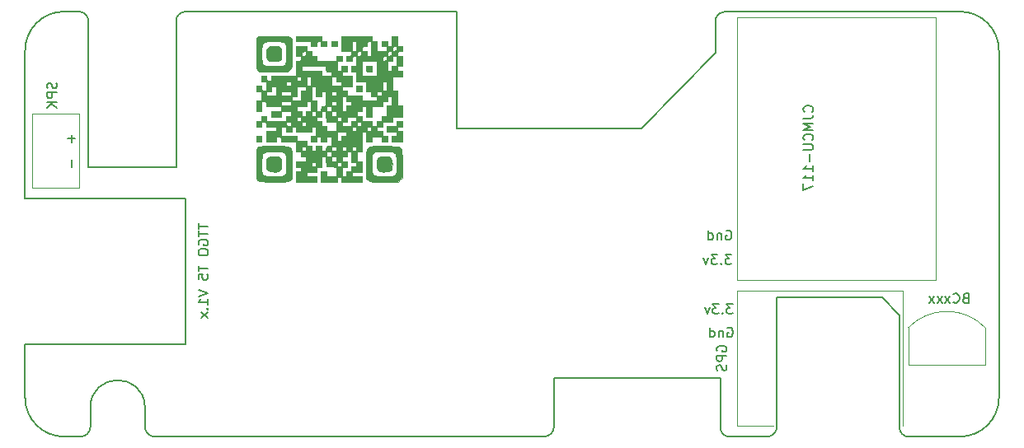
<source format=gbo>
%TF.GenerationSoftware,KiCad,Pcbnew,(5.0.0)*%
%TF.CreationDate,2019-07-16T15:39:35+02:00*%
%TF.ProjectId,Gnu_Vario_E_V1.10,476E755F566172696F5F455F56312E31,V 1.10*%
%TF.SameCoordinates,Original*%
%TF.FileFunction,Legend,Bot*%
%TF.FilePolarity,Positive*%
%FSLAX46Y46*%
G04 Gerber Fmt 4.6, Leading zero omitted, Abs format (unit mm)*
G04 Created by KiCad (PCBNEW (5.0.0)) date 07/16/19 15:39:35*
%MOMM*%
%LPD*%
G01*
G04 APERTURE LIST*
%ADD10C,0.150000*%
%ADD11C,0.100000*%
%ADD12C,0.010000*%
G04 APERTURE END LIST*
D10*
X162700000Y-95300000D02*
X173500000Y-95300000D01*
X162700000Y-108600000D02*
G75*
G02X161700000Y-109600000I-1000000J0D01*
G01*
X176200000Y-109600000D02*
G75*
G02X175300000Y-108700000I0J900000D01*
G01*
X175300000Y-97100000D02*
X175300000Y-108700000D01*
X173500000Y-95300000D02*
X175300000Y-97100000D01*
X162700000Y-95300000D02*
X162700000Y-108600000D01*
X157800000Y-109600000D02*
G75*
G02X156900000Y-108700000I0J900000D01*
G01*
X85500000Y-69900000D02*
X85500000Y-85100000D01*
X102000000Y-100100000D02*
X85500000Y-100100000D01*
X102000000Y-85100000D02*
X102000000Y-100100000D01*
X101000000Y-85100000D02*
X102000000Y-85100000D01*
X101000000Y-85100000D02*
X85500000Y-85100000D01*
X148800000Y-77900000D02*
X156400000Y-70100000D01*
X129800000Y-77900000D02*
X148800000Y-77900000D01*
X129800000Y-65900000D02*
X129800000Y-77900000D01*
X157800000Y-109600000D02*
X161700000Y-109600000D01*
X175700000Y-65900000D02*
X162400000Y-65900000D01*
X162400000Y-65900000D02*
X157400000Y-65900000D01*
X156402857Y-66600886D02*
G75*
G02X157400000Y-65900000I952331J-295115D01*
G01*
X156400000Y-66600000D02*
X156400000Y-70100000D01*
X98800000Y-109600000D02*
G75*
G02X97800000Y-108600000I0J1000000D01*
G01*
X92198215Y-108600000D02*
G75*
G02X91198215Y-109600000I-1000000J0D01*
G01*
X92198215Y-106600000D02*
G75*
G02X97800000Y-106500000I2801785J0D01*
G01*
X97800000Y-108600000D02*
X97800000Y-106500000D01*
X92200000Y-108600000D02*
X92198215Y-106600000D01*
X139800000Y-108600000D02*
G75*
G02X138800000Y-109600000I-1000000J0D01*
G01*
X101000000Y-66900000D02*
G75*
G02X102000000Y-65900000I1000000J0D01*
G01*
X91000000Y-65900000D02*
G75*
G02X92000000Y-66900000I0J-1000000D01*
G01*
X85500000Y-69900000D02*
G75*
G02X89500000Y-65900000I4000000J0D01*
G01*
X89500000Y-109600000D02*
G75*
G02X85500000Y-105600000I0J4000000D01*
G01*
X185500000Y-105600000D02*
G75*
G02X181500000Y-109600000I-4000000J0D01*
G01*
X181500000Y-65900000D02*
G75*
G02X185500000Y-69900000I0J-4000000D01*
G01*
X156900000Y-103600000D02*
X139800000Y-103600000D01*
X139800000Y-103600000D02*
X139800000Y-108600000D01*
X156900000Y-108700000D02*
X156900000Y-103600000D01*
X138800000Y-109600000D02*
X98800000Y-109600000D01*
X181500000Y-109600000D02*
X176200000Y-109600000D01*
X185500000Y-69900000D02*
X185500000Y-105600000D01*
X175700000Y-65900000D02*
X181500000Y-65900000D01*
X102000000Y-65900000D02*
X129800000Y-65900000D01*
X101000000Y-81900000D02*
X101000000Y-66900000D01*
X92000000Y-81900000D02*
X101000000Y-81900000D01*
X92000000Y-66900000D02*
X92000000Y-81900000D01*
X89500000Y-65900000D02*
X91000000Y-65900000D01*
X85500000Y-105600000D02*
X85500000Y-100100000D01*
X91200000Y-109600000D02*
X89500000Y-109600000D01*
D11*
X176201170Y-98398786D02*
G75*
G02X184099999Y-98400001I3948830J-3801214D01*
G01*
X184100000Y-102200000D02*
X176200000Y-102200000D01*
X184100000Y-98400000D02*
X184100000Y-102200000D01*
X176200000Y-98400000D02*
X176200000Y-102200000D01*
X91040000Y-84040000D02*
X86230000Y-84040000D01*
X86230000Y-84040000D02*
X86230000Y-76420000D01*
X86230000Y-76420000D02*
X91040000Y-76420000D01*
X91040000Y-76420000D02*
X91040000Y-84040000D01*
X158600000Y-94620000D02*
X175600000Y-94620000D01*
X175600000Y-94620000D02*
X175600000Y-108520000D01*
X162300000Y-108520000D02*
X158600000Y-108520000D01*
X158600000Y-108520000D02*
X158600000Y-94620000D01*
X158600000Y-93500000D02*
X158600000Y-66500000D01*
X179000000Y-93500000D02*
X158600000Y-93500000D01*
X158600000Y-66500000D02*
X179000000Y-66500000D01*
X179000000Y-66500000D02*
X179000000Y-93500000D01*
D12*
G36*
X122518539Y-82365760D02*
X122770667Y-82316379D01*
X122961464Y-82238473D01*
X123010611Y-82200612D01*
X123098048Y-82047450D01*
X123159748Y-81814509D01*
X123188788Y-81547605D01*
X123178244Y-81292558D01*
X123161254Y-81203568D01*
X123086806Y-81011550D01*
X122963519Y-80886719D01*
X122768604Y-80817110D01*
X122479273Y-80790759D01*
X122372568Y-80789500D01*
X122112810Y-80793928D01*
X121945357Y-80812542D01*
X121835665Y-80853335D01*
X121749192Y-80924304D01*
X121737568Y-80936468D01*
X121664836Y-81033311D01*
X121622749Y-81154612D01*
X121603571Y-81335954D01*
X121599500Y-81571468D01*
X121616024Y-81891344D01*
X121673649Y-82110321D01*
X121784448Y-82251139D01*
X121960497Y-82336538D01*
X122013567Y-82351255D01*
X122250900Y-82379693D01*
X122518539Y-82365760D01*
X122518539Y-82365760D01*
G37*
X122518539Y-82365760D02*
X122770667Y-82316379D01*
X122961464Y-82238473D01*
X123010611Y-82200612D01*
X123098048Y-82047450D01*
X123159748Y-81814509D01*
X123188788Y-81547605D01*
X123178244Y-81292558D01*
X123161254Y-81203568D01*
X123086806Y-81011550D01*
X122963519Y-80886719D01*
X122768604Y-80817110D01*
X122479273Y-80790759D01*
X122372568Y-80789500D01*
X122112810Y-80793928D01*
X121945357Y-80812542D01*
X121835665Y-80853335D01*
X121749192Y-80924304D01*
X121737568Y-80936468D01*
X121664836Y-81033311D01*
X121622749Y-81154612D01*
X121603571Y-81335954D01*
X121599500Y-81571468D01*
X121616024Y-81891344D01*
X121673649Y-82110321D01*
X121784448Y-82251139D01*
X121960497Y-82336538D01*
X122013567Y-82351255D01*
X122250900Y-82379693D01*
X122518539Y-82365760D01*
G36*
X111463658Y-82329332D02*
X111645245Y-82229989D01*
X111695115Y-82184885D01*
X111761239Y-82096140D01*
X111799717Y-81972260D01*
X111817187Y-81780306D01*
X111820500Y-81562569D01*
X111816072Y-81302811D01*
X111797458Y-81135358D01*
X111756665Y-81025666D01*
X111685696Y-80939193D01*
X111673532Y-80927569D01*
X111509642Y-80841801D01*
X111266913Y-80791702D01*
X110988573Y-80777888D01*
X110717848Y-80800978D01*
X110497967Y-80861589D01*
X110416241Y-80909609D01*
X110336583Y-80992089D01*
X110287629Y-81103229D01*
X110259362Y-81277492D01*
X110244070Y-81501893D01*
X110235717Y-81753090D01*
X110246936Y-81916571D01*
X110285485Y-82031068D01*
X110359121Y-82135314D01*
X110374603Y-82153543D01*
X110494697Y-82265377D01*
X110640909Y-82327801D01*
X110861421Y-82360511D01*
X110886057Y-82362629D01*
X111220073Y-82371463D01*
X111463658Y-82329332D01*
X111463658Y-82329332D01*
G37*
X111463658Y-82329332D02*
X111645245Y-82229989D01*
X111695115Y-82184885D01*
X111761239Y-82096140D01*
X111799717Y-81972260D01*
X111817187Y-81780306D01*
X111820500Y-81562569D01*
X111816072Y-81302811D01*
X111797458Y-81135358D01*
X111756665Y-81025666D01*
X111685696Y-80939193D01*
X111673532Y-80927569D01*
X111509642Y-80841801D01*
X111266913Y-80791702D01*
X110988573Y-80777888D01*
X110717848Y-80800978D01*
X110497967Y-80861589D01*
X110416241Y-80909609D01*
X110336583Y-80992089D01*
X110287629Y-81103229D01*
X110259362Y-81277492D01*
X110244070Y-81501893D01*
X110235717Y-81753090D01*
X110246936Y-81916571D01*
X110285485Y-82031068D01*
X110359121Y-82135314D01*
X110374603Y-82153543D01*
X110494697Y-82265377D01*
X110640909Y-82327801D01*
X110861421Y-82360511D01*
X110886057Y-82362629D01*
X111220073Y-82371463D01*
X111463658Y-82329332D01*
G36*
X121091500Y-71518500D02*
X120512697Y-71518500D01*
X120532223Y-71788375D01*
X120550677Y-71957884D01*
X120598611Y-72038710D01*
X120714056Y-72068883D01*
X120821625Y-72077777D01*
X121091500Y-72097303D01*
X121091500Y-71518500D01*
X121091500Y-71518500D01*
G37*
X121091500Y-71518500D02*
X120512697Y-71518500D01*
X120532223Y-71788375D01*
X120550677Y-71957884D01*
X120598611Y-72038710D01*
X120714056Y-72068883D01*
X120821625Y-72077777D01*
X121091500Y-72097303D01*
X121091500Y-71518500D01*
G36*
X111334914Y-71005108D02*
X111495402Y-70982916D01*
X111602549Y-70934905D01*
X111682431Y-70863533D01*
X111758201Y-70760838D01*
X111800528Y-70630626D01*
X111818149Y-70435043D01*
X111820500Y-70265476D01*
X111815154Y-70025507D01*
X111801128Y-69827109D01*
X111781435Y-69712609D01*
X111781054Y-69711595D01*
X111664895Y-69576627D01*
X111447007Y-69479717D01*
X111149039Y-69428798D01*
X110993268Y-69423000D01*
X110764677Y-69430242D01*
X110615617Y-69462112D01*
X110498966Y-69533831D01*
X110418615Y-69608616D01*
X110313006Y-69729402D01*
X110257093Y-69852113D01*
X110235656Y-70023870D01*
X110233000Y-70183269D01*
X110260437Y-70510434D01*
X110337462Y-70767340D01*
X110456144Y-70932339D01*
X110521594Y-70971055D01*
X110633761Y-70990642D01*
X110831201Y-71004761D01*
X111072213Y-71010487D01*
X111084374Y-71010500D01*
X111334914Y-71005108D01*
X111334914Y-71005108D01*
G37*
X111334914Y-71005108D02*
X111495402Y-70982916D01*
X111602549Y-70934905D01*
X111682431Y-70863533D01*
X111758201Y-70760838D01*
X111800528Y-70630626D01*
X111818149Y-70435043D01*
X111820500Y-70265476D01*
X111815154Y-70025507D01*
X111801128Y-69827109D01*
X111781435Y-69712609D01*
X111781054Y-69711595D01*
X111664895Y-69576627D01*
X111447007Y-69479717D01*
X111149039Y-69428798D01*
X110993268Y-69423000D01*
X110764677Y-69430242D01*
X110615617Y-69462112D01*
X110498966Y-69533831D01*
X110418615Y-69608616D01*
X110313006Y-69729402D01*
X110257093Y-69852113D01*
X110235656Y-70023870D01*
X110233000Y-70183269D01*
X110260437Y-70510434D01*
X110337462Y-70767340D01*
X110456144Y-70932339D01*
X110521594Y-70971055D01*
X110633761Y-70990642D01*
X110831201Y-71004761D01*
X111072213Y-71010487D01*
X111084374Y-71010500D01*
X111334914Y-71005108D01*
G36*
X124017384Y-83207385D02*
X124203000Y-83021770D01*
X124203000Y-81559926D01*
X124202694Y-81092657D01*
X124200708Y-80735226D01*
X124195440Y-80470471D01*
X124185286Y-80281230D01*
X124168645Y-80150342D01*
X124143914Y-80060645D01*
X124109490Y-79994976D01*
X124063771Y-79936174D01*
X124049856Y-79919916D01*
X123896712Y-79741750D01*
X122446481Y-79725032D01*
X121933275Y-79721200D01*
X121534097Y-79723295D01*
X121236087Y-79731836D01*
X121026389Y-79747340D01*
X120892145Y-79770325D01*
X120838751Y-79789783D01*
X120741131Y-79848023D01*
X120665675Y-79919864D01*
X120609798Y-80021015D01*
X120570918Y-80167182D01*
X120546451Y-80374073D01*
X120533814Y-80657394D01*
X120530424Y-81032853D01*
X120533668Y-81511878D01*
X121091500Y-81511878D01*
X121091500Y-80652731D01*
X121277115Y-80467116D01*
X121462730Y-80281500D01*
X122321877Y-80281500D01*
X122674938Y-80286768D01*
X122978533Y-80301378D01*
X123206983Y-80323547D01*
X123334610Y-80351488D01*
X123335759Y-80352003D01*
X123444548Y-80419562D01*
X123523712Y-80520778D01*
X123577619Y-80674395D01*
X123610639Y-80899159D01*
X123627142Y-81213816D01*
X123631500Y-81620875D01*
X123630520Y-81974294D01*
X123625273Y-82223925D01*
X123612295Y-82392976D01*
X123588126Y-82504656D01*
X123549302Y-82582173D01*
X123492360Y-82648736D01*
X123475636Y-82665637D01*
X123408250Y-82727435D01*
X123335474Y-82770287D01*
X123234098Y-82797653D01*
X123080913Y-82812998D01*
X122852711Y-82819782D01*
X122526283Y-82821469D01*
X122430874Y-82821500D01*
X122011545Y-82816809D01*
X121700223Y-82799821D01*
X121478163Y-82766168D01*
X121326617Y-82711480D01*
X121226841Y-82631389D01*
X121162002Y-82525760D01*
X121133978Y-82400070D01*
X121111696Y-82173120D01*
X121096942Y-81870589D01*
X121091501Y-81518154D01*
X121091500Y-81511878D01*
X120533668Y-81511878D01*
X120533697Y-81516156D01*
X120535031Y-81636482D01*
X120551750Y-83086713D01*
X120729915Y-83239857D01*
X120789741Y-83288771D01*
X120851977Y-83325974D01*
X120933786Y-83353068D01*
X121052330Y-83371655D01*
X121224771Y-83383339D01*
X121468270Y-83389721D01*
X121799990Y-83392405D01*
X122237092Y-83392993D01*
X122369925Y-83393000D01*
X123831769Y-83393000D01*
X124017384Y-83207385D01*
X124017384Y-83207385D01*
G37*
X124017384Y-83207385D02*
X124203000Y-83021770D01*
X124203000Y-81559926D01*
X124202694Y-81092657D01*
X124200708Y-80735226D01*
X124195440Y-80470471D01*
X124185286Y-80281230D01*
X124168645Y-80150342D01*
X124143914Y-80060645D01*
X124109490Y-79994976D01*
X124063771Y-79936174D01*
X124049856Y-79919916D01*
X123896712Y-79741750D01*
X122446481Y-79725032D01*
X121933275Y-79721200D01*
X121534097Y-79723295D01*
X121236087Y-79731836D01*
X121026389Y-79747340D01*
X120892145Y-79770325D01*
X120838751Y-79789783D01*
X120741131Y-79848023D01*
X120665675Y-79919864D01*
X120609798Y-80021015D01*
X120570918Y-80167182D01*
X120546451Y-80374073D01*
X120533814Y-80657394D01*
X120530424Y-81032853D01*
X120533668Y-81511878D01*
X121091500Y-81511878D01*
X121091500Y-80652731D01*
X121277115Y-80467116D01*
X121462730Y-80281500D01*
X122321877Y-80281500D01*
X122674938Y-80286768D01*
X122978533Y-80301378D01*
X123206983Y-80323547D01*
X123334610Y-80351488D01*
X123335759Y-80352003D01*
X123444548Y-80419562D01*
X123523712Y-80520778D01*
X123577619Y-80674395D01*
X123610639Y-80899159D01*
X123627142Y-81213816D01*
X123631500Y-81620875D01*
X123630520Y-81974294D01*
X123625273Y-82223925D01*
X123612295Y-82392976D01*
X123588126Y-82504656D01*
X123549302Y-82582173D01*
X123492360Y-82648736D01*
X123475636Y-82665637D01*
X123408250Y-82727435D01*
X123335474Y-82770287D01*
X123234098Y-82797653D01*
X123080913Y-82812998D01*
X122852711Y-82819782D01*
X122526283Y-82821469D01*
X122430874Y-82821500D01*
X122011545Y-82816809D01*
X121700223Y-82799821D01*
X121478163Y-82766168D01*
X121326617Y-82711480D01*
X121226841Y-82631389D01*
X121162002Y-82525760D01*
X121133978Y-82400070D01*
X121111696Y-82173120D01*
X121096942Y-81870589D01*
X121091501Y-81518154D01*
X121091500Y-81511878D01*
X120533668Y-81511878D01*
X120533697Y-81516156D01*
X120535031Y-81636482D01*
X120551750Y-83086713D01*
X120729915Y-83239857D01*
X120789741Y-83288771D01*
X120851977Y-83325974D01*
X120933786Y-83353068D01*
X121052330Y-83371655D01*
X121224771Y-83383339D01*
X121468270Y-83389721D01*
X121799990Y-83392405D01*
X122237092Y-83392993D01*
X122369925Y-83393000D01*
X123831769Y-83393000D01*
X124017384Y-83207385D01*
G36*
X111544006Y-83392675D02*
X111895882Y-83390592D01*
X112155563Y-83385094D01*
X112340454Y-83374524D01*
X112467958Y-83357222D01*
X112555478Y-83331533D01*
X112620416Y-83295797D01*
X112680177Y-83248356D01*
X112690084Y-83239858D01*
X112868250Y-83086716D01*
X112889147Y-81731733D01*
X112893543Y-81185894D01*
X112888532Y-80742734D01*
X112874335Y-80409298D01*
X112851173Y-80192625D01*
X112839084Y-80138995D01*
X112792638Y-80008633D01*
X112730331Y-79907637D01*
X112636744Y-79832353D01*
X112496462Y-79779128D01*
X112294067Y-79744308D01*
X112014143Y-79724241D01*
X111641271Y-79715272D01*
X111160036Y-79713748D01*
X111045778Y-79714026D01*
X110636268Y-79717734D01*
X110263528Y-79725800D01*
X109948532Y-79737394D01*
X109712252Y-79751685D01*
X109575660Y-79767843D01*
X109557169Y-79772966D01*
X109454190Y-79821324D01*
X109374346Y-79883496D01*
X109314738Y-79974973D01*
X109272472Y-80111247D01*
X109244649Y-80307809D01*
X109228375Y-80580149D01*
X109220753Y-80943759D01*
X109218886Y-81414129D01*
X109219007Y-81566524D01*
X109788500Y-81566524D01*
X109790942Y-81134161D01*
X109809005Y-80811085D01*
X109858793Y-80581757D01*
X109956408Y-80430642D01*
X110117954Y-80342202D01*
X110359534Y-80300901D01*
X110697252Y-80291203D01*
X111104541Y-80296795D01*
X111463216Y-80304607D01*
X111717671Y-80315133D01*
X111890682Y-80331876D01*
X112005026Y-80358338D01*
X112083479Y-80398021D01*
X112148818Y-80454426D01*
X112152291Y-80457889D01*
X112207922Y-80520188D01*
X112247089Y-80591895D01*
X112272668Y-80694937D01*
X112287538Y-80851243D01*
X112294576Y-81082739D01*
X112296659Y-81411352D01*
X112296750Y-81558762D01*
X112296750Y-82514997D01*
X112118584Y-82668249D01*
X112042636Y-82728232D01*
X111962335Y-82770114D01*
X111854447Y-82797134D01*
X111695742Y-82812536D01*
X111462989Y-82819561D01*
X111132954Y-82821450D01*
X111020322Y-82821500D01*
X110660030Y-82820604D01*
X110404059Y-82815726D01*
X110229734Y-82803580D01*
X110114378Y-82780882D01*
X110035315Y-82744347D01*
X109969870Y-82690690D01*
X109944363Y-82665637D01*
X109884134Y-82600322D01*
X109841831Y-82530004D01*
X109814291Y-82432378D01*
X109798351Y-82285141D01*
X109790850Y-82065990D01*
X109788623Y-81752623D01*
X109788500Y-81566524D01*
X109219007Y-81566524D01*
X109219019Y-81581505D01*
X109222098Y-82106839D01*
X109230029Y-82514545D01*
X109243283Y-82813919D01*
X109262333Y-83014259D01*
X109287650Y-83124859D01*
X109298394Y-83144503D01*
X109367363Y-83221786D01*
X109451726Y-83281285D01*
X109567910Y-83325288D01*
X109732347Y-83356083D01*
X109961463Y-83375960D01*
X110271688Y-83387205D01*
X110679451Y-83392108D01*
X111082534Y-83393000D01*
X111544006Y-83392675D01*
X111544006Y-83392675D01*
G37*
X111544006Y-83392675D02*
X111895882Y-83390592D01*
X112155563Y-83385094D01*
X112340454Y-83374524D01*
X112467958Y-83357222D01*
X112555478Y-83331533D01*
X112620416Y-83295797D01*
X112680177Y-83248356D01*
X112690084Y-83239858D01*
X112868250Y-83086716D01*
X112889147Y-81731733D01*
X112893543Y-81185894D01*
X112888532Y-80742734D01*
X112874335Y-80409298D01*
X112851173Y-80192625D01*
X112839084Y-80138995D01*
X112792638Y-80008633D01*
X112730331Y-79907637D01*
X112636744Y-79832353D01*
X112496462Y-79779128D01*
X112294067Y-79744308D01*
X112014143Y-79724241D01*
X111641271Y-79715272D01*
X111160036Y-79713748D01*
X111045778Y-79714026D01*
X110636268Y-79717734D01*
X110263528Y-79725800D01*
X109948532Y-79737394D01*
X109712252Y-79751685D01*
X109575660Y-79767843D01*
X109557169Y-79772966D01*
X109454190Y-79821324D01*
X109374346Y-79883496D01*
X109314738Y-79974973D01*
X109272472Y-80111247D01*
X109244649Y-80307809D01*
X109228375Y-80580149D01*
X109220753Y-80943759D01*
X109218886Y-81414129D01*
X109219007Y-81566524D01*
X109788500Y-81566524D01*
X109790942Y-81134161D01*
X109809005Y-80811085D01*
X109858793Y-80581757D01*
X109956408Y-80430642D01*
X110117954Y-80342202D01*
X110359534Y-80300901D01*
X110697252Y-80291203D01*
X111104541Y-80296795D01*
X111463216Y-80304607D01*
X111717671Y-80315133D01*
X111890682Y-80331876D01*
X112005026Y-80358338D01*
X112083479Y-80398021D01*
X112148818Y-80454426D01*
X112152291Y-80457889D01*
X112207922Y-80520188D01*
X112247089Y-80591895D01*
X112272668Y-80694937D01*
X112287538Y-80851243D01*
X112294576Y-81082739D01*
X112296659Y-81411352D01*
X112296750Y-81558762D01*
X112296750Y-82514997D01*
X112118584Y-82668249D01*
X112042636Y-82728232D01*
X111962335Y-82770114D01*
X111854447Y-82797134D01*
X111695742Y-82812536D01*
X111462989Y-82819561D01*
X111132954Y-82821450D01*
X111020322Y-82821500D01*
X110660030Y-82820604D01*
X110404059Y-82815726D01*
X110229734Y-82803580D01*
X110114378Y-82780882D01*
X110035315Y-82744347D01*
X109969870Y-82690690D01*
X109944363Y-82665637D01*
X109884134Y-82600322D01*
X109841831Y-82530004D01*
X109814291Y-82432378D01*
X109798351Y-82285141D01*
X109790850Y-82065990D01*
X109788623Y-81752623D01*
X109788500Y-81566524D01*
X109219007Y-81566524D01*
X109219019Y-81581505D01*
X109222098Y-82106839D01*
X109230029Y-82514545D01*
X109243283Y-82813919D01*
X109262333Y-83014259D01*
X109287650Y-83124859D01*
X109298394Y-83144503D01*
X109367363Y-83221786D01*
X109451726Y-83281285D01*
X109567910Y-83325288D01*
X109732347Y-83356083D01*
X109961463Y-83375960D01*
X110271688Y-83387205D01*
X110679451Y-83392108D01*
X111082534Y-83393000D01*
X111544006Y-83392675D01*
G36*
X109788500Y-78694000D02*
X109217000Y-78694000D01*
X109217000Y-79265500D01*
X109788500Y-79265500D01*
X109788500Y-78694000D01*
X109788500Y-78694000D01*
G37*
X109788500Y-78694000D02*
X109217000Y-78694000D01*
X109217000Y-79265500D01*
X109788500Y-79265500D01*
X109788500Y-78694000D01*
G36*
X124203000Y-78186000D02*
X123949000Y-78186000D01*
X123786372Y-78179272D01*
X123714100Y-78137728D01*
X123695567Y-78029331D01*
X123695000Y-77963750D01*
X123702689Y-77821452D01*
X123750168Y-77758213D01*
X123874050Y-77741997D01*
X123949000Y-77741500D01*
X124203000Y-77741500D01*
X124203000Y-77170000D01*
X123631500Y-77170000D01*
X123631500Y-77678000D01*
X122615500Y-77678000D01*
X122615500Y-78249500D01*
X123631500Y-78249500D01*
X123631500Y-78471750D01*
X123623810Y-78614049D01*
X123576331Y-78677288D01*
X123452449Y-78693504D01*
X123377500Y-78694000D01*
X123123500Y-78694000D01*
X123123500Y-79265500D01*
X124203000Y-79265500D01*
X124203000Y-78186000D01*
X124203000Y-78186000D01*
G37*
X124203000Y-78186000D02*
X123949000Y-78186000D01*
X123786372Y-78179272D01*
X123714100Y-78137728D01*
X123695567Y-78029331D01*
X123695000Y-77963750D01*
X123702689Y-77821452D01*
X123750168Y-77758213D01*
X123874050Y-77741997D01*
X123949000Y-77741500D01*
X124203000Y-77741500D01*
X124203000Y-77170000D01*
X123631500Y-77170000D01*
X123631500Y-77678000D01*
X122615500Y-77678000D01*
X122615500Y-78249500D01*
X123631500Y-78249500D01*
X123631500Y-78471750D01*
X123623810Y-78614049D01*
X123576331Y-78677288D01*
X123452449Y-78693504D01*
X123377500Y-78694000D01*
X123123500Y-78694000D01*
X123123500Y-79265500D01*
X124203000Y-79265500D01*
X124203000Y-78186000D01*
G36*
X120075500Y-73550500D02*
X119504000Y-73550500D01*
X119504000Y-74122000D01*
X120075500Y-74122000D01*
X120075500Y-73550500D01*
X120075500Y-73550500D01*
G37*
X120075500Y-73550500D02*
X119504000Y-73550500D01*
X119504000Y-74122000D01*
X120075500Y-74122000D01*
X120075500Y-73550500D01*
G36*
X117535500Y-68915000D02*
X116964000Y-68915000D01*
X116964000Y-69486500D01*
X117535500Y-69486500D01*
X117535500Y-68915000D01*
X117535500Y-68915000D01*
G37*
X117535500Y-68915000D02*
X116964000Y-68915000D01*
X116964000Y-69486500D01*
X117535500Y-69486500D01*
X117535500Y-68915000D01*
G36*
X115440000Y-82821500D02*
X114424000Y-82821500D01*
X114424000Y-82377000D01*
X115440000Y-82377000D01*
X115440000Y-81869000D01*
X115948000Y-81869000D01*
X115948000Y-80789500D01*
X116387363Y-80789500D01*
X116456000Y-80789500D01*
X116456000Y-80281500D01*
X116964000Y-80281500D01*
X116964000Y-80789500D01*
X116456000Y-80789500D01*
X116387363Y-80789500D01*
X116405247Y-81297500D01*
X116964000Y-81297500D01*
X116964000Y-80789500D01*
X117472000Y-80789500D01*
X117472000Y-81297500D01*
X116964000Y-81297500D01*
X116405247Y-81297500D01*
X116405806Y-81313375D01*
X116415307Y-81583250D01*
X117535500Y-81583250D01*
X117545329Y-81434292D01*
X117600789Y-81373202D01*
X117740833Y-81361028D01*
X117757750Y-81361000D01*
X117906708Y-81370830D01*
X117967798Y-81426290D01*
X117979972Y-81566334D01*
X117980000Y-81583250D01*
X117970170Y-81732209D01*
X117914710Y-81793299D01*
X117774666Y-81805473D01*
X117757750Y-81805500D01*
X117608791Y-81795671D01*
X117547701Y-81740211D01*
X117535527Y-81600167D01*
X117535500Y-81583250D01*
X116415307Y-81583250D01*
X116424250Y-81837250D01*
X116948125Y-81855694D01*
X117472000Y-81874137D01*
X117472000Y-82821500D01*
X118043500Y-82821500D01*
X118043500Y-81869000D01*
X118551500Y-81869000D01*
X118551500Y-81297500D01*
X118043500Y-81297500D01*
X118043500Y-80789500D01*
X118551500Y-80789500D01*
X118551500Y-80535500D01*
X118558228Y-80372873D01*
X118599772Y-80300601D01*
X118708169Y-80282068D01*
X118773750Y-80281500D01*
X118996000Y-80281500D01*
X118996000Y-81361000D01*
X119250000Y-81361000D01*
X119412627Y-81367729D01*
X119484899Y-81409273D01*
X119503432Y-81517670D01*
X119504000Y-81583250D01*
X119496310Y-81725549D01*
X119448831Y-81788788D01*
X119324949Y-81805004D01*
X119250000Y-81805500D01*
X118996000Y-81805500D01*
X118996000Y-82313500D01*
X118488000Y-82313500D01*
X118488000Y-82567500D01*
X118481271Y-82730128D01*
X118439727Y-82802400D01*
X118331330Y-82820933D01*
X118265750Y-82821500D01*
X118043500Y-82821500D01*
X117472000Y-82821500D01*
X116456000Y-82821500D01*
X116456000Y-82313500D01*
X115884500Y-82313500D01*
X115884500Y-83393000D01*
X117535500Y-83393000D01*
X117535500Y-83139000D01*
X117542228Y-82976373D01*
X117583772Y-82904101D01*
X117692169Y-82885568D01*
X117757750Y-82885000D01*
X117900048Y-82892690D01*
X117963287Y-82940169D01*
X117979503Y-83064051D01*
X117980000Y-83139000D01*
X117980000Y-83393000D01*
X120075500Y-83393000D01*
X120075500Y-82821500D01*
X119059500Y-82821500D01*
X119059500Y-82377000D01*
X120075500Y-82377000D01*
X120075500Y-81297500D01*
X119567500Y-81297500D01*
X119567500Y-80281500D01*
X120075500Y-80281500D01*
X120075500Y-78249500D01*
X120520000Y-78249500D01*
X120520000Y-79265500D01*
X121091500Y-79265500D01*
X121091500Y-78757500D01*
X122107500Y-78757500D01*
X122107500Y-79265500D01*
X122679000Y-79265500D01*
X122679000Y-78694000D01*
X122171000Y-78694000D01*
X122171000Y-78186000D01*
X121885250Y-78186000D01*
X121709672Y-78181256D01*
X121626531Y-78149101D01*
X121601262Y-78062653D01*
X121599500Y-77963750D01*
X121605600Y-77827190D01*
X121646942Y-77762525D01*
X121758090Y-77742871D01*
X121885250Y-77741500D01*
X122171000Y-77741500D01*
X122171000Y-77233500D01*
X123187000Y-77233500D01*
X123187000Y-76725500D01*
X124203000Y-76725500D01*
X124203000Y-75582500D01*
X123695000Y-75582500D01*
X123695000Y-74058500D01*
X123187000Y-74058500D01*
X123187000Y-72598000D01*
X124203000Y-72598000D01*
X124203000Y-72026500D01*
X123695000Y-72026500D01*
X123695000Y-71518500D01*
X124203000Y-71518500D01*
X124203000Y-70439000D01*
X123949000Y-70439000D01*
X123786372Y-70432272D01*
X123714100Y-70390728D01*
X123695567Y-70282331D01*
X123695000Y-70216750D01*
X123702689Y-70074452D01*
X123750168Y-70011213D01*
X123874050Y-69994997D01*
X123949000Y-69994500D01*
X124203000Y-69994500D01*
X124203000Y-69423000D01*
X123695000Y-69423000D01*
X123695000Y-68407000D01*
X123123500Y-68407000D01*
X123123500Y-69423000D01*
X122901250Y-69423000D01*
X122758951Y-69415311D01*
X122695712Y-69367832D01*
X122679496Y-69243950D01*
X122679000Y-69169000D01*
X122679000Y-68915000D01*
X122107500Y-68915000D01*
X122107500Y-69486500D01*
X122361500Y-69486500D01*
X122524127Y-69493229D01*
X122596399Y-69534773D01*
X122614932Y-69643170D01*
X122615500Y-69708750D01*
X123187000Y-69708750D01*
X123196829Y-69559792D01*
X123252289Y-69498702D01*
X123392333Y-69486528D01*
X123409250Y-69486500D01*
X123558208Y-69496330D01*
X123619298Y-69551790D01*
X123631472Y-69691834D01*
X123631500Y-69708750D01*
X123621670Y-69857709D01*
X123566210Y-69918799D01*
X123426166Y-69930973D01*
X123409250Y-69931000D01*
X123260291Y-69921171D01*
X123199201Y-69865711D01*
X123187027Y-69725667D01*
X123187000Y-69708750D01*
X122615500Y-69708750D01*
X122615500Y-69931000D01*
X121599500Y-69931000D01*
X121599500Y-68915000D01*
X121091500Y-68915000D01*
X121091500Y-68407000D01*
X117980000Y-68407000D01*
X117980000Y-69931000D01*
X119059500Y-69931000D01*
X119059500Y-68978500D01*
X119504000Y-68978500D01*
X119504000Y-69708750D01*
X120075500Y-69708750D01*
X120083189Y-69566452D01*
X120130668Y-69503213D01*
X120254550Y-69486997D01*
X120329500Y-69486500D01*
X120583500Y-69486500D01*
X120583500Y-69232500D01*
X120590228Y-69069873D01*
X120631772Y-68997601D01*
X120740169Y-68979068D01*
X120805750Y-68978500D01*
X121028000Y-68978500D01*
X121028000Y-70216750D01*
X122679000Y-70216750D01*
X122688829Y-70067792D01*
X122744289Y-70006702D01*
X122884333Y-69994528D01*
X122901250Y-69994500D01*
X123050208Y-70004330D01*
X123111298Y-70059790D01*
X123123472Y-70199834D01*
X123123500Y-70216750D01*
X123113670Y-70365709D01*
X123058210Y-70426799D01*
X122918166Y-70438973D01*
X122901250Y-70439000D01*
X122752291Y-70429171D01*
X122691201Y-70373711D01*
X122679027Y-70233667D01*
X122679000Y-70216750D01*
X121028000Y-70216750D01*
X121028000Y-70439000D01*
X120805750Y-70439000D01*
X120663451Y-70431311D01*
X120600212Y-70383832D01*
X120583996Y-70259950D01*
X120583500Y-70185000D01*
X120583500Y-69931000D01*
X120329500Y-69931000D01*
X120166872Y-69924272D01*
X120094600Y-69882728D01*
X120076067Y-69774331D01*
X120075500Y-69708750D01*
X119504000Y-69708750D01*
X119504000Y-69931000D01*
X119059500Y-69931000D01*
X117980000Y-69931000D01*
X117980000Y-69994500D01*
X118996000Y-69994500D01*
X118996000Y-70216750D01*
X119567500Y-70216750D01*
X119577329Y-70067792D01*
X119632789Y-70006702D01*
X119772833Y-69994528D01*
X119789750Y-69994500D01*
X119938708Y-70004330D01*
X119999798Y-70059790D01*
X120011972Y-70199834D01*
X120012000Y-70216750D01*
X120002170Y-70365709D01*
X119946710Y-70426799D01*
X119806666Y-70438973D01*
X119789750Y-70439000D01*
X119640791Y-70429171D01*
X119579701Y-70373711D01*
X119567527Y-70233667D01*
X119567500Y-70216750D01*
X118996000Y-70216750D01*
X118988310Y-70359049D01*
X118940831Y-70422288D01*
X118816949Y-70438504D01*
X118742000Y-70439000D01*
X118488000Y-70439000D01*
X118488000Y-71010500D01*
X119059500Y-71010500D01*
X119059500Y-70756500D01*
X119066228Y-70593873D01*
X119107772Y-70521601D01*
X119216169Y-70503068D01*
X119281750Y-70502500D01*
X119504000Y-70502500D01*
X119504000Y-70724750D01*
X122171000Y-70724750D01*
X122180829Y-70575792D01*
X122236289Y-70514702D01*
X122376333Y-70502528D01*
X122393250Y-70502500D01*
X122542208Y-70512330D01*
X122603298Y-70567790D01*
X122615472Y-70707834D01*
X122615500Y-70724750D01*
X122605670Y-70873709D01*
X122550210Y-70934799D01*
X122410166Y-70946973D01*
X122393250Y-70947000D01*
X122244291Y-70937171D01*
X122183201Y-70881711D01*
X122171027Y-70741667D01*
X122171000Y-70724750D01*
X119504000Y-70724750D01*
X119504000Y-71518500D01*
X118996000Y-71518500D01*
X118996000Y-72090000D01*
X119504000Y-72090000D01*
X119504000Y-72534500D01*
X120075500Y-72534500D01*
X120075500Y-71010500D01*
X121599500Y-71010500D01*
X121599500Y-72026500D01*
X122679000Y-72026500D01*
X122679000Y-71010500D01*
X123187000Y-71010500D01*
X123187000Y-70756500D01*
X123193728Y-70593873D01*
X123235272Y-70521601D01*
X123343669Y-70503068D01*
X123409250Y-70502500D01*
X123631500Y-70502500D01*
X123631500Y-71518500D01*
X123123500Y-71518500D01*
X123123500Y-71772500D01*
X123116771Y-71935128D01*
X123075227Y-72007400D01*
X122966830Y-72025933D01*
X122901250Y-72026500D01*
X122679000Y-72026500D01*
X121599500Y-72026500D01*
X121599500Y-72534500D01*
X120075500Y-72534500D01*
X119504000Y-72534500D01*
X119504000Y-73106000D01*
X120520000Y-73106000D01*
X120520000Y-74058500D01*
X122171000Y-74058500D01*
X122171000Y-73106000D01*
X122615500Y-73106000D01*
X122615500Y-74058500D01*
X122171000Y-74058500D01*
X120520000Y-74058500D01*
X120520000Y-74122000D01*
X121028000Y-74122000D01*
X121028000Y-74344250D01*
X121599500Y-74344250D01*
X121607189Y-74201952D01*
X121654668Y-74138713D01*
X121778550Y-74122497D01*
X121853500Y-74122000D01*
X122016127Y-74128729D01*
X122088399Y-74170273D01*
X122106932Y-74278670D01*
X122107500Y-74344250D01*
X122099810Y-74486549D01*
X122052331Y-74549788D01*
X121928449Y-74566004D01*
X121853500Y-74566500D01*
X121690872Y-74559772D01*
X121618600Y-74518228D01*
X121600067Y-74409831D01*
X121599500Y-74344250D01*
X121028000Y-74344250D01*
X121028000Y-74630000D01*
X121313750Y-74630000D01*
X121489327Y-74634745D01*
X121572468Y-74666900D01*
X121597737Y-74753348D01*
X121599500Y-74852250D01*
X121599500Y-75074500D01*
X120075500Y-75074500D01*
X120075500Y-74566500D01*
X118551500Y-74566500D01*
X118551500Y-74058500D01*
X118297500Y-74058500D01*
X118134872Y-74051772D01*
X118062600Y-74010228D01*
X118044067Y-73901831D01*
X118043500Y-73836250D01*
X118043500Y-73614000D01*
X119059500Y-73614000D01*
X119059500Y-72534500D01*
X118043500Y-72534500D01*
X118043500Y-72312250D01*
X118051189Y-72169952D01*
X118098668Y-72106713D01*
X118222550Y-72090497D01*
X118297500Y-72090000D01*
X118551500Y-72090000D01*
X118551500Y-71518500D01*
X117980000Y-71518500D01*
X117980000Y-71772500D01*
X117973271Y-71935128D01*
X117931727Y-72007400D01*
X117823330Y-72025933D01*
X117757750Y-72026500D01*
X117535500Y-72026500D01*
X117535500Y-71010500D01*
X118043500Y-71010500D01*
X118043500Y-70439000D01*
X117472000Y-70439000D01*
X117472000Y-70947000D01*
X115440000Y-70947000D01*
X115440000Y-70439000D01*
X114932000Y-70439000D01*
X114932000Y-69931000D01*
X114424000Y-69931000D01*
X114424000Y-69423000D01*
X113344500Y-69423000D01*
X113344500Y-70216750D01*
X113916000Y-70216750D01*
X113925829Y-70067792D01*
X113981289Y-70006702D01*
X114121333Y-69994528D01*
X114138250Y-69994500D01*
X114287208Y-70004330D01*
X114348298Y-70059790D01*
X114360472Y-70199834D01*
X114360500Y-70216750D01*
X114350670Y-70365709D01*
X114295210Y-70426799D01*
X114155166Y-70438973D01*
X114138250Y-70439000D01*
X113989291Y-70429171D01*
X113928201Y-70373711D01*
X113916027Y-70233667D01*
X113916000Y-70216750D01*
X113344500Y-70216750D01*
X113344500Y-70502500D01*
X113598500Y-70502500D01*
X113761127Y-70509229D01*
X113833399Y-70550773D01*
X113851932Y-70659170D01*
X113852500Y-70724750D01*
X113844810Y-70867049D01*
X113797331Y-70930288D01*
X113673449Y-70946504D01*
X113598500Y-70947000D01*
X113344500Y-70947000D01*
X113344500Y-72026500D01*
X113916000Y-72026500D01*
X113916000Y-71518500D01*
X116385197Y-71518500D01*
X116404723Y-71788375D01*
X116423177Y-71957884D01*
X116471111Y-72038710D01*
X116586556Y-72068883D01*
X116694125Y-72077777D01*
X116863340Y-72096516D01*
X116941141Y-72140779D01*
X116962982Y-72241848D01*
X116964000Y-72315902D01*
X116964000Y-72534500D01*
X115948000Y-72534500D01*
X115948000Y-72026500D01*
X113916000Y-72026500D01*
X113344500Y-72026500D01*
X113344500Y-72534500D01*
X110741000Y-72534500D01*
X110741000Y-72788500D01*
X110739687Y-72820250D01*
X113408000Y-72820250D01*
X113417829Y-72671292D01*
X113473289Y-72610202D01*
X113613333Y-72598028D01*
X113630250Y-72598000D01*
X113779208Y-72607830D01*
X113840298Y-72663290D01*
X113852472Y-72803334D01*
X113852500Y-72820250D01*
X113842670Y-72969209D01*
X113787210Y-73030299D01*
X113647166Y-73042473D01*
X113630250Y-73042500D01*
X113481291Y-73032671D01*
X113420201Y-72977211D01*
X113408027Y-72837167D01*
X113408000Y-72820250D01*
X110739687Y-72820250D01*
X110734271Y-72951128D01*
X110692727Y-73023400D01*
X110584330Y-73041933D01*
X110518750Y-73042500D01*
X110376451Y-73034811D01*
X110313212Y-72987332D01*
X110296996Y-72863450D01*
X110296500Y-72788500D01*
X110296500Y-72534500D01*
X109725000Y-72534500D01*
X109725000Y-73106000D01*
X110233000Y-73106000D01*
X110233000Y-73328250D01*
X112328500Y-73328250D01*
X112336189Y-73185952D01*
X112383668Y-73122713D01*
X112507550Y-73106497D01*
X112582500Y-73106000D01*
X112745127Y-73112729D01*
X112817399Y-73154273D01*
X112835932Y-73262670D01*
X112836500Y-73328250D01*
X112828810Y-73470549D01*
X112781331Y-73533788D01*
X112657449Y-73550004D01*
X112582500Y-73550500D01*
X114424000Y-73550500D01*
X114424000Y-72598000D01*
X114868500Y-72598000D01*
X114868500Y-73550500D01*
X116964000Y-73550500D01*
X116964000Y-72598000D01*
X117472000Y-72598000D01*
X117472000Y-73106000D01*
X117726000Y-73106000D01*
X117888627Y-73112729D01*
X117960899Y-73154273D01*
X117979432Y-73262670D01*
X117980000Y-73328250D01*
X117980000Y-73550500D01*
X116964000Y-73550500D01*
X114868500Y-73550500D01*
X114424000Y-73550500D01*
X112582500Y-73550500D01*
X112419872Y-73543772D01*
X112347600Y-73502228D01*
X112329067Y-73393831D01*
X112328500Y-73328250D01*
X110233000Y-73328250D01*
X110233000Y-74058500D01*
X110010750Y-74058500D01*
X109868451Y-74050811D01*
X109805212Y-74003332D01*
X109788996Y-73879450D01*
X109788500Y-73804500D01*
X109788500Y-73550500D01*
X109217000Y-73550500D01*
X109217000Y-74122000D01*
X109725000Y-74122000D01*
X109725000Y-74566500D01*
X110296500Y-74566500D01*
X110296500Y-74344250D01*
X110304189Y-74201952D01*
X110351668Y-74138713D01*
X110475550Y-74122497D01*
X110550500Y-74122000D01*
X110804500Y-74122000D01*
X110804500Y-73868000D01*
X110811228Y-73705373D01*
X110852772Y-73633101D01*
X110961169Y-73614568D01*
X111026750Y-73614000D01*
X111249000Y-73614000D01*
X111249000Y-74566500D01*
X111820500Y-74566500D01*
X111820500Y-74122000D01*
X112836500Y-74122000D01*
X112836500Y-74566500D01*
X111820500Y-74566500D01*
X111249000Y-74566500D01*
X110296500Y-74566500D01*
X109725000Y-74566500D01*
X109725000Y-75074500D01*
X112900000Y-75074500D01*
X112900000Y-74852250D01*
X112907689Y-74709952D01*
X112955168Y-74646713D01*
X113079050Y-74630497D01*
X113154000Y-74630000D01*
X113408000Y-74630000D01*
X113408000Y-73614000D01*
X114360500Y-73614000D01*
X114360500Y-73836250D01*
X114352810Y-73978549D01*
X114305331Y-74041788D01*
X114181449Y-74058004D01*
X114106500Y-74058500D01*
X113852500Y-74058500D01*
X113852500Y-75074500D01*
X114932000Y-75074500D01*
X114932000Y-73614000D01*
X115376500Y-73614000D01*
X115376500Y-74630000D01*
X115948000Y-74630000D01*
X115948000Y-74376000D01*
X115954728Y-74213373D01*
X115996272Y-74141101D01*
X116104669Y-74122568D01*
X116170250Y-74122000D01*
X116392500Y-74122000D01*
X116392500Y-74344250D01*
X116964000Y-74344250D01*
X116971689Y-74201952D01*
X117019168Y-74138713D01*
X117143050Y-74122497D01*
X117218000Y-74122000D01*
X117380627Y-74128729D01*
X117452899Y-74170273D01*
X117471432Y-74278670D01*
X117472000Y-74344250D01*
X117464310Y-74486549D01*
X117416831Y-74549788D01*
X117292949Y-74566004D01*
X117218000Y-74566500D01*
X117055372Y-74559772D01*
X116983100Y-74518228D01*
X116964567Y-74409831D01*
X116964000Y-74344250D01*
X116392500Y-74344250D01*
X116392500Y-75360250D01*
X116964000Y-75360250D01*
X116971689Y-75217952D01*
X117019168Y-75154713D01*
X117143050Y-75138497D01*
X117218000Y-75138000D01*
X117380627Y-75144729D01*
X117452899Y-75186273D01*
X117471432Y-75294670D01*
X117472000Y-75360250D01*
X117464310Y-75502549D01*
X117416831Y-75565788D01*
X117292949Y-75582004D01*
X117218000Y-75582500D01*
X117055372Y-75575772D01*
X116983100Y-75534228D01*
X116964567Y-75425831D01*
X116964000Y-75360250D01*
X116392500Y-75360250D01*
X116392500Y-75574834D01*
X116154375Y-75594542D01*
X116004386Y-75614820D01*
X115932340Y-75667955D01*
X115904264Y-75792130D01*
X115896723Y-75884125D01*
X115877984Y-76053341D01*
X115833721Y-76131142D01*
X115732652Y-76152983D01*
X115658598Y-76154000D01*
X115440000Y-76154000D01*
X115440000Y-75074500D01*
X114932000Y-75074500D01*
X113852500Y-75074500D01*
X112900000Y-75074500D01*
X109725000Y-75074500D01*
X109217000Y-75074500D01*
X109217000Y-76154000D01*
X109788500Y-76154000D01*
X109788500Y-75138000D01*
X110010750Y-75138000D01*
X110153048Y-75145690D01*
X110216287Y-75193169D01*
X110232503Y-75317051D01*
X110233000Y-75392000D01*
X110233000Y-75582500D01*
X111820500Y-75582500D01*
X111820500Y-75138000D01*
X112836500Y-75138000D01*
X112836500Y-75582500D01*
X111820500Y-75582500D01*
X110233000Y-75582500D01*
X110233000Y-75646000D01*
X111757000Y-75646000D01*
X111757000Y-76154000D01*
X110733697Y-76154000D01*
X110753223Y-76423875D01*
X110772750Y-76693750D01*
X111296625Y-76712194D01*
X111820500Y-76730637D01*
X111820500Y-76154000D01*
X112836500Y-76154000D01*
X113408000Y-76154000D01*
X113408000Y-75646000D01*
X114424000Y-75646000D01*
X114424000Y-75392000D01*
X114430728Y-75229373D01*
X114472272Y-75157101D01*
X114580669Y-75138568D01*
X114646250Y-75138000D01*
X114868500Y-75138000D01*
X114868500Y-76154000D01*
X114360500Y-76154000D01*
X114360500Y-76408000D01*
X114932000Y-76408000D01*
X114938728Y-76245373D01*
X114980272Y-76173101D01*
X115088669Y-76154568D01*
X115154250Y-76154000D01*
X115296548Y-76161690D01*
X115359787Y-76209169D01*
X115376003Y-76333051D01*
X115376500Y-76408000D01*
X115369771Y-76570628D01*
X115328227Y-76642900D01*
X115219830Y-76661433D01*
X115154250Y-76662000D01*
X115011951Y-76654311D01*
X114948712Y-76606832D01*
X114932496Y-76482950D01*
X114932000Y-76408000D01*
X114360500Y-76408000D01*
X114353771Y-76570628D01*
X114312227Y-76642900D01*
X114203830Y-76661433D01*
X114138250Y-76662000D01*
X113995951Y-76654311D01*
X113932712Y-76606832D01*
X113916496Y-76482950D01*
X113916000Y-76408000D01*
X113916000Y-76154000D01*
X113408000Y-76154000D01*
X112836500Y-76154000D01*
X112836500Y-76662000D01*
X112328500Y-76662000D01*
X112328500Y-76947750D01*
X113408000Y-76947750D01*
X113417829Y-76798792D01*
X113473289Y-76737702D01*
X113613333Y-76725528D01*
X113630250Y-76725500D01*
X113779208Y-76735330D01*
X113840298Y-76790790D01*
X113852472Y-76930834D01*
X113852500Y-76947750D01*
X115440000Y-76947750D01*
X115447689Y-76805452D01*
X115495168Y-76742213D01*
X115619050Y-76725997D01*
X115694000Y-76725500D01*
X115948000Y-76725500D01*
X115948000Y-76439750D01*
X115952800Y-76264171D01*
X115984917Y-76181027D01*
X116070919Y-76155760D01*
X116167681Y-76154000D01*
X116387363Y-76154000D01*
X116456000Y-76154000D01*
X116456000Y-75646000D01*
X116964000Y-75646000D01*
X116964000Y-76154000D01*
X116456000Y-76154000D01*
X116387363Y-76154000D01*
X116405247Y-76662000D01*
X116964000Y-76662000D01*
X116964000Y-76154000D01*
X117472000Y-76154000D01*
X118043500Y-76154000D01*
X118043500Y-74630000D01*
X118265750Y-74630000D01*
X118408048Y-74637690D01*
X118471287Y-74685169D01*
X118487503Y-74809051D01*
X118488000Y-74884000D01*
X118488000Y-75138000D01*
X118742000Y-75138000D01*
X118904627Y-75144729D01*
X118976899Y-75186273D01*
X118995432Y-75294670D01*
X118996000Y-75360250D01*
X118988310Y-75502549D01*
X118940831Y-75565788D01*
X118816949Y-75582004D01*
X118742000Y-75582500D01*
X118488000Y-75582500D01*
X118488000Y-75868250D01*
X118483255Y-76043828D01*
X118451100Y-76126969D01*
X118364652Y-76152238D01*
X118265750Y-76154000D01*
X118043500Y-76154000D01*
X117472000Y-76154000D01*
X117472000Y-76662000D01*
X119567500Y-76662000D01*
X119567500Y-76154000D01*
X120075500Y-76154000D01*
X120075500Y-75900000D01*
X120082284Y-75737364D01*
X120123745Y-75665085D01*
X120231541Y-75646560D01*
X120295181Y-75646000D01*
X120514863Y-75646000D01*
X120533306Y-76169875D01*
X120551750Y-76693750D01*
X120821625Y-76713277D01*
X121091500Y-76732803D01*
X121091500Y-75646000D01*
X122171000Y-75646000D01*
X122171000Y-75138000D01*
X122679000Y-75138000D01*
X122679000Y-74884000D01*
X122685728Y-74721373D01*
X122727272Y-74649101D01*
X122835669Y-74630568D01*
X122901250Y-74630000D01*
X123123500Y-74630000D01*
X123123500Y-75582500D01*
X122615500Y-75582500D01*
X122615500Y-76662000D01*
X122107500Y-76662000D01*
X122107500Y-77170000D01*
X121599500Y-77170000D01*
X121599500Y-77678000D01*
X121091500Y-77678000D01*
X121091500Y-77170000D01*
X120075500Y-77170000D01*
X120075500Y-76662000D01*
X119567500Y-76662000D01*
X117472000Y-76662000D01*
X116964000Y-76662000D01*
X116405247Y-76662000D01*
X116405806Y-76677875D01*
X116415307Y-76947750D01*
X117535500Y-76947750D01*
X117545329Y-76798792D01*
X117600789Y-76737702D01*
X117740833Y-76725528D01*
X117757750Y-76725500D01*
X117906708Y-76735330D01*
X117967798Y-76790790D01*
X117979972Y-76930834D01*
X117980000Y-76947750D01*
X117970170Y-77096709D01*
X117914710Y-77157799D01*
X117774666Y-77169973D01*
X117757750Y-77170000D01*
X117608791Y-77160171D01*
X117547701Y-77104711D01*
X117535527Y-76964667D01*
X117535500Y-76947750D01*
X116415307Y-76947750D01*
X116424250Y-77201750D01*
X116948125Y-77220194D01*
X117472000Y-77238637D01*
X117472000Y-77678000D01*
X118043500Y-77678000D01*
X118043500Y-77455750D01*
X118051189Y-77313452D01*
X118098668Y-77250213D01*
X118222550Y-77233997D01*
X118297500Y-77233500D01*
X118551500Y-77233500D01*
X118551500Y-76725500D01*
X119504000Y-76725500D01*
X119504000Y-76947750D01*
X119496310Y-77090049D01*
X119448831Y-77153288D01*
X119324949Y-77169504D01*
X119250000Y-77170000D01*
X118996000Y-77170000D01*
X118996000Y-77455750D01*
X119567500Y-77455750D01*
X119577329Y-77306792D01*
X119632789Y-77245702D01*
X119772833Y-77233528D01*
X119789750Y-77233500D01*
X119938708Y-77243330D01*
X119999798Y-77298790D01*
X120011972Y-77438834D01*
X120012000Y-77455750D01*
X120002170Y-77604709D01*
X119946710Y-77665799D01*
X119806666Y-77677973D01*
X119789750Y-77678000D01*
X119640791Y-77668171D01*
X119579701Y-77612711D01*
X119567527Y-77472667D01*
X119567500Y-77455750D01*
X118996000Y-77455750D01*
X118996000Y-77678000D01*
X118043500Y-77678000D01*
X117472000Y-77678000D01*
X117472000Y-77963750D01*
X119059500Y-77963750D01*
X119069329Y-77814792D01*
X119124789Y-77753702D01*
X119264833Y-77741528D01*
X119281750Y-77741500D01*
X119430708Y-77751330D01*
X119491798Y-77806790D01*
X119503972Y-77946834D01*
X119504000Y-77963750D01*
X120583500Y-77963750D01*
X120593329Y-77814792D01*
X120648789Y-77753702D01*
X120788833Y-77741528D01*
X120805750Y-77741500D01*
X120954708Y-77751330D01*
X121015798Y-77806790D01*
X121027972Y-77946834D01*
X121028000Y-77963750D01*
X121018170Y-78112709D01*
X120962710Y-78173799D01*
X120822666Y-78185973D01*
X120805750Y-78186000D01*
X120656791Y-78176171D01*
X120595701Y-78120711D01*
X120583527Y-77980667D01*
X120583500Y-77963750D01*
X119504000Y-77963750D01*
X119494170Y-78112709D01*
X119438710Y-78173799D01*
X119298666Y-78185973D01*
X119281750Y-78186000D01*
X119132791Y-78176171D01*
X119071701Y-78120711D01*
X119059527Y-77980667D01*
X119059500Y-77963750D01*
X117472000Y-77963750D01*
X117472000Y-78186000D01*
X116456000Y-78186000D01*
X116456000Y-77678000D01*
X115948000Y-77678000D01*
X115948000Y-77170000D01*
X115694000Y-77170000D01*
X115531372Y-77163272D01*
X115459100Y-77121728D01*
X115440567Y-77013331D01*
X115440000Y-76947750D01*
X113852500Y-76947750D01*
X113842670Y-77096709D01*
X113787210Y-77157799D01*
X113647166Y-77169973D01*
X113630250Y-77170000D01*
X113481291Y-77160171D01*
X113420201Y-77104711D01*
X113408027Y-76964667D01*
X113408000Y-76947750D01*
X112328500Y-76947750D01*
X112328500Y-77170000D01*
X110296500Y-77170000D01*
X110296500Y-76662000D01*
X109725000Y-76662000D01*
X109725000Y-77170000D01*
X109217000Y-77170000D01*
X109217000Y-77741500D01*
X109788500Y-77741500D01*
X109788500Y-77487500D01*
X109795228Y-77324873D01*
X109836772Y-77252601D01*
X109945169Y-77234068D01*
X110010750Y-77233500D01*
X110153048Y-77241190D01*
X110216287Y-77288669D01*
X110232503Y-77412551D01*
X110232789Y-77455750D01*
X112328500Y-77455750D01*
X112336189Y-77313452D01*
X112383668Y-77250213D01*
X112507550Y-77233997D01*
X112582500Y-77233500D01*
X112745127Y-77240229D01*
X112817399Y-77281773D01*
X112835932Y-77390170D01*
X112836500Y-77455750D01*
X113916000Y-77455750D01*
X113925829Y-77306792D01*
X113981289Y-77245702D01*
X114121333Y-77233528D01*
X114138250Y-77233500D01*
X114287208Y-77243330D01*
X114348298Y-77298790D01*
X114360472Y-77438834D01*
X114360500Y-77455750D01*
X114350670Y-77604709D01*
X114295210Y-77665799D01*
X114155166Y-77677973D01*
X114138250Y-77678000D01*
X113989291Y-77668171D01*
X113928201Y-77612711D01*
X113916027Y-77472667D01*
X113916000Y-77455750D01*
X112836500Y-77455750D01*
X112828810Y-77598049D01*
X112781331Y-77661288D01*
X112657449Y-77677504D01*
X112582500Y-77678000D01*
X112419872Y-77671272D01*
X112347600Y-77629728D01*
X112329067Y-77521331D01*
X112328500Y-77455750D01*
X110232789Y-77455750D01*
X110233000Y-77487500D01*
X110233000Y-77741500D01*
X111249000Y-77741500D01*
X111249000Y-78186000D01*
X110233000Y-78186000D01*
X110233000Y-78694000D01*
X111820500Y-78694000D01*
X111820500Y-77741500D01*
X112328500Y-77741500D01*
X112328500Y-78249500D01*
X112900000Y-78249500D01*
X112900000Y-77995500D01*
X112906728Y-77832873D01*
X112948272Y-77760601D01*
X113056669Y-77742068D01*
X113122250Y-77741500D01*
X113264548Y-77749190D01*
X113327787Y-77796669D01*
X113344003Y-77920551D01*
X113344500Y-77995500D01*
X113344500Y-78249500D01*
X114932000Y-78249500D01*
X114932000Y-77995500D01*
X114938728Y-77832873D01*
X114980272Y-77760601D01*
X115088669Y-77742068D01*
X115154250Y-77741500D01*
X115376500Y-77741500D01*
X115376500Y-78694000D01*
X114868500Y-78694000D01*
X114868500Y-79265500D01*
X115440000Y-79265500D01*
X115440000Y-79011500D01*
X115446728Y-78848873D01*
X115488272Y-78776601D01*
X115596669Y-78758068D01*
X115662250Y-78757500D01*
X115804548Y-78765190D01*
X115867787Y-78812669D01*
X115884003Y-78936551D01*
X115884500Y-79011500D01*
X115884500Y-79265500D01*
X116456000Y-79265500D01*
X116456000Y-78757500D01*
X116964000Y-78757500D01*
X116964000Y-79202000D01*
X117535500Y-79202000D01*
X117535500Y-78249500D01*
X118488000Y-78249500D01*
X118488000Y-78471750D01*
X118480310Y-78614049D01*
X118432831Y-78677288D01*
X118308949Y-78693504D01*
X118234000Y-78694000D01*
X117980000Y-78694000D01*
X117980000Y-78948000D01*
X117973271Y-79110628D01*
X117931727Y-79182900D01*
X117823330Y-79201433D01*
X117757750Y-79202000D01*
X117535500Y-79202000D01*
X116964000Y-79202000D01*
X116964000Y-79702698D01*
X116694125Y-79722224D01*
X116524209Y-79741457D01*
X116442983Y-79788956D01*
X116412263Y-79898695D01*
X116404541Y-79979875D01*
X116402282Y-79995750D01*
X116964000Y-79995750D01*
X116971689Y-79853452D01*
X117019168Y-79790213D01*
X117143050Y-79773997D01*
X117218000Y-79773500D01*
X117380627Y-79780229D01*
X117452899Y-79821773D01*
X117471432Y-79930170D01*
X117472000Y-79995750D01*
X118043500Y-79995750D01*
X118053329Y-79846792D01*
X118108789Y-79785702D01*
X118248833Y-79773528D01*
X118265750Y-79773500D01*
X118414708Y-79783330D01*
X118475798Y-79838790D01*
X118487972Y-79978834D01*
X118488000Y-79995750D01*
X119059500Y-79995750D01*
X119069329Y-79846792D01*
X119124789Y-79785702D01*
X119264833Y-79773528D01*
X119281750Y-79773500D01*
X119430708Y-79783330D01*
X119491798Y-79838790D01*
X119503972Y-79978834D01*
X119504000Y-79995750D01*
X119494170Y-80144709D01*
X119438710Y-80205799D01*
X119298666Y-80217973D01*
X119281750Y-80218000D01*
X119132791Y-80208171D01*
X119071701Y-80152711D01*
X119059527Y-80012667D01*
X119059500Y-79995750D01*
X118488000Y-79995750D01*
X118478170Y-80144709D01*
X118422710Y-80205799D01*
X118282666Y-80217973D01*
X118265750Y-80218000D01*
X118116791Y-80208171D01*
X118055701Y-80152711D01*
X118043527Y-80012667D01*
X118043500Y-79995750D01*
X117472000Y-79995750D01*
X117464310Y-80138049D01*
X117416831Y-80201288D01*
X117292949Y-80217504D01*
X117218000Y-80218000D01*
X117055372Y-80211272D01*
X116983100Y-80169728D01*
X116964567Y-80061331D01*
X116964000Y-79995750D01*
X116402282Y-79995750D01*
X116382321Y-80135971D01*
X116325873Y-80202753D01*
X116197556Y-80217863D01*
X116166416Y-80218000D01*
X116026559Y-80210078D01*
X115964404Y-80161909D01*
X115948477Y-80036895D01*
X115948000Y-79964000D01*
X115948000Y-79710000D01*
X115376500Y-79710000D01*
X115376500Y-79964000D01*
X115369771Y-80126628D01*
X115328227Y-80198900D01*
X115219830Y-80217433D01*
X115154250Y-80218000D01*
X115011951Y-80210311D01*
X114948712Y-80162832D01*
X114932496Y-80038950D01*
X114932000Y-79964000D01*
X114932000Y-79710000D01*
X114424000Y-79710000D01*
X114424000Y-79202000D01*
X113408000Y-79202000D01*
X113408000Y-78694000D01*
X111820500Y-78694000D01*
X110233000Y-78694000D01*
X110233000Y-79265500D01*
X111312500Y-79265500D01*
X111312500Y-79011500D01*
X111319228Y-78848873D01*
X111360772Y-78776601D01*
X111469169Y-78758068D01*
X111534750Y-78757500D01*
X111677048Y-78765190D01*
X111740287Y-78812669D01*
X111756503Y-78936551D01*
X111757000Y-79011500D01*
X111757000Y-79265500D01*
X113344500Y-79265500D01*
X113344500Y-79995750D01*
X113916000Y-79995750D01*
X113925829Y-79846792D01*
X113981289Y-79785702D01*
X114121333Y-79773528D01*
X114138250Y-79773500D01*
X114287208Y-79783330D01*
X114348298Y-79838790D01*
X114360472Y-79978834D01*
X114360500Y-79995750D01*
X114350670Y-80144709D01*
X114295210Y-80205799D01*
X114155166Y-80217973D01*
X114138250Y-80218000D01*
X113989291Y-80208171D01*
X113928201Y-80152711D01*
X113916027Y-80012667D01*
X113916000Y-79995750D01*
X113344500Y-79995750D01*
X113344500Y-80281500D01*
X113852500Y-80281500D01*
X113852500Y-80789500D01*
X114360500Y-80789500D01*
X114360500Y-81297500D01*
X113344500Y-81297500D01*
X113344500Y-81583250D01*
X114932000Y-81583250D01*
X114941829Y-81434292D01*
X114997289Y-81373202D01*
X115137333Y-81361028D01*
X115154250Y-81361000D01*
X115303208Y-81370830D01*
X115364298Y-81426290D01*
X115376472Y-81566334D01*
X115376500Y-81583250D01*
X115366670Y-81732209D01*
X115311210Y-81793299D01*
X115171166Y-81805473D01*
X115154250Y-81805500D01*
X115005291Y-81795671D01*
X114944201Y-81740211D01*
X114932027Y-81600167D01*
X114932000Y-81583250D01*
X113344500Y-81583250D01*
X113344500Y-81869000D01*
X113598500Y-81869000D01*
X113761127Y-81875729D01*
X113833399Y-81917273D01*
X113851932Y-82025670D01*
X113852500Y-82091250D01*
X113844810Y-82233549D01*
X113797331Y-82296788D01*
X113673449Y-82313004D01*
X113598500Y-82313500D01*
X113344500Y-82313500D01*
X113344500Y-83393000D01*
X115440000Y-83393000D01*
X115440000Y-82821500D01*
X115440000Y-82821500D01*
G37*
X115440000Y-82821500D02*
X114424000Y-82821500D01*
X114424000Y-82377000D01*
X115440000Y-82377000D01*
X115440000Y-81869000D01*
X115948000Y-81869000D01*
X115948000Y-80789500D01*
X116387363Y-80789500D01*
X116456000Y-80789500D01*
X116456000Y-80281500D01*
X116964000Y-80281500D01*
X116964000Y-80789500D01*
X116456000Y-80789500D01*
X116387363Y-80789500D01*
X116405247Y-81297500D01*
X116964000Y-81297500D01*
X116964000Y-80789500D01*
X117472000Y-80789500D01*
X117472000Y-81297500D01*
X116964000Y-81297500D01*
X116405247Y-81297500D01*
X116405806Y-81313375D01*
X116415307Y-81583250D01*
X117535500Y-81583250D01*
X117545329Y-81434292D01*
X117600789Y-81373202D01*
X117740833Y-81361028D01*
X117757750Y-81361000D01*
X117906708Y-81370830D01*
X117967798Y-81426290D01*
X117979972Y-81566334D01*
X117980000Y-81583250D01*
X117970170Y-81732209D01*
X117914710Y-81793299D01*
X117774666Y-81805473D01*
X117757750Y-81805500D01*
X117608791Y-81795671D01*
X117547701Y-81740211D01*
X117535527Y-81600167D01*
X117535500Y-81583250D01*
X116415307Y-81583250D01*
X116424250Y-81837250D01*
X116948125Y-81855694D01*
X117472000Y-81874137D01*
X117472000Y-82821500D01*
X118043500Y-82821500D01*
X118043500Y-81869000D01*
X118551500Y-81869000D01*
X118551500Y-81297500D01*
X118043500Y-81297500D01*
X118043500Y-80789500D01*
X118551500Y-80789500D01*
X118551500Y-80535500D01*
X118558228Y-80372873D01*
X118599772Y-80300601D01*
X118708169Y-80282068D01*
X118773750Y-80281500D01*
X118996000Y-80281500D01*
X118996000Y-81361000D01*
X119250000Y-81361000D01*
X119412627Y-81367729D01*
X119484899Y-81409273D01*
X119503432Y-81517670D01*
X119504000Y-81583250D01*
X119496310Y-81725549D01*
X119448831Y-81788788D01*
X119324949Y-81805004D01*
X119250000Y-81805500D01*
X118996000Y-81805500D01*
X118996000Y-82313500D01*
X118488000Y-82313500D01*
X118488000Y-82567500D01*
X118481271Y-82730128D01*
X118439727Y-82802400D01*
X118331330Y-82820933D01*
X118265750Y-82821500D01*
X118043500Y-82821500D01*
X117472000Y-82821500D01*
X116456000Y-82821500D01*
X116456000Y-82313500D01*
X115884500Y-82313500D01*
X115884500Y-83393000D01*
X117535500Y-83393000D01*
X117535500Y-83139000D01*
X117542228Y-82976373D01*
X117583772Y-82904101D01*
X117692169Y-82885568D01*
X117757750Y-82885000D01*
X117900048Y-82892690D01*
X117963287Y-82940169D01*
X117979503Y-83064051D01*
X117980000Y-83139000D01*
X117980000Y-83393000D01*
X120075500Y-83393000D01*
X120075500Y-82821500D01*
X119059500Y-82821500D01*
X119059500Y-82377000D01*
X120075500Y-82377000D01*
X120075500Y-81297500D01*
X119567500Y-81297500D01*
X119567500Y-80281500D01*
X120075500Y-80281500D01*
X120075500Y-78249500D01*
X120520000Y-78249500D01*
X120520000Y-79265500D01*
X121091500Y-79265500D01*
X121091500Y-78757500D01*
X122107500Y-78757500D01*
X122107500Y-79265500D01*
X122679000Y-79265500D01*
X122679000Y-78694000D01*
X122171000Y-78694000D01*
X122171000Y-78186000D01*
X121885250Y-78186000D01*
X121709672Y-78181256D01*
X121626531Y-78149101D01*
X121601262Y-78062653D01*
X121599500Y-77963750D01*
X121605600Y-77827190D01*
X121646942Y-77762525D01*
X121758090Y-77742871D01*
X121885250Y-77741500D01*
X122171000Y-77741500D01*
X122171000Y-77233500D01*
X123187000Y-77233500D01*
X123187000Y-76725500D01*
X124203000Y-76725500D01*
X124203000Y-75582500D01*
X123695000Y-75582500D01*
X123695000Y-74058500D01*
X123187000Y-74058500D01*
X123187000Y-72598000D01*
X124203000Y-72598000D01*
X124203000Y-72026500D01*
X123695000Y-72026500D01*
X123695000Y-71518500D01*
X124203000Y-71518500D01*
X124203000Y-70439000D01*
X123949000Y-70439000D01*
X123786372Y-70432272D01*
X123714100Y-70390728D01*
X123695567Y-70282331D01*
X123695000Y-70216750D01*
X123702689Y-70074452D01*
X123750168Y-70011213D01*
X123874050Y-69994997D01*
X123949000Y-69994500D01*
X124203000Y-69994500D01*
X124203000Y-69423000D01*
X123695000Y-69423000D01*
X123695000Y-68407000D01*
X123123500Y-68407000D01*
X123123500Y-69423000D01*
X122901250Y-69423000D01*
X122758951Y-69415311D01*
X122695712Y-69367832D01*
X122679496Y-69243950D01*
X122679000Y-69169000D01*
X122679000Y-68915000D01*
X122107500Y-68915000D01*
X122107500Y-69486500D01*
X122361500Y-69486500D01*
X122524127Y-69493229D01*
X122596399Y-69534773D01*
X122614932Y-69643170D01*
X122615500Y-69708750D01*
X123187000Y-69708750D01*
X123196829Y-69559792D01*
X123252289Y-69498702D01*
X123392333Y-69486528D01*
X123409250Y-69486500D01*
X123558208Y-69496330D01*
X123619298Y-69551790D01*
X123631472Y-69691834D01*
X123631500Y-69708750D01*
X123621670Y-69857709D01*
X123566210Y-69918799D01*
X123426166Y-69930973D01*
X123409250Y-69931000D01*
X123260291Y-69921171D01*
X123199201Y-69865711D01*
X123187027Y-69725667D01*
X123187000Y-69708750D01*
X122615500Y-69708750D01*
X122615500Y-69931000D01*
X121599500Y-69931000D01*
X121599500Y-68915000D01*
X121091500Y-68915000D01*
X121091500Y-68407000D01*
X117980000Y-68407000D01*
X117980000Y-69931000D01*
X119059500Y-69931000D01*
X119059500Y-68978500D01*
X119504000Y-68978500D01*
X119504000Y-69708750D01*
X120075500Y-69708750D01*
X120083189Y-69566452D01*
X120130668Y-69503213D01*
X120254550Y-69486997D01*
X120329500Y-69486500D01*
X120583500Y-69486500D01*
X120583500Y-69232500D01*
X120590228Y-69069873D01*
X120631772Y-68997601D01*
X120740169Y-68979068D01*
X120805750Y-68978500D01*
X121028000Y-68978500D01*
X121028000Y-70216750D01*
X122679000Y-70216750D01*
X122688829Y-70067792D01*
X122744289Y-70006702D01*
X122884333Y-69994528D01*
X122901250Y-69994500D01*
X123050208Y-70004330D01*
X123111298Y-70059790D01*
X123123472Y-70199834D01*
X123123500Y-70216750D01*
X123113670Y-70365709D01*
X123058210Y-70426799D01*
X122918166Y-70438973D01*
X122901250Y-70439000D01*
X122752291Y-70429171D01*
X122691201Y-70373711D01*
X122679027Y-70233667D01*
X122679000Y-70216750D01*
X121028000Y-70216750D01*
X121028000Y-70439000D01*
X120805750Y-70439000D01*
X120663451Y-70431311D01*
X120600212Y-70383832D01*
X120583996Y-70259950D01*
X120583500Y-70185000D01*
X120583500Y-69931000D01*
X120329500Y-69931000D01*
X120166872Y-69924272D01*
X120094600Y-69882728D01*
X120076067Y-69774331D01*
X120075500Y-69708750D01*
X119504000Y-69708750D01*
X119504000Y-69931000D01*
X119059500Y-69931000D01*
X117980000Y-69931000D01*
X117980000Y-69994500D01*
X118996000Y-69994500D01*
X118996000Y-70216750D01*
X119567500Y-70216750D01*
X119577329Y-70067792D01*
X119632789Y-70006702D01*
X119772833Y-69994528D01*
X119789750Y-69994500D01*
X119938708Y-70004330D01*
X119999798Y-70059790D01*
X120011972Y-70199834D01*
X120012000Y-70216750D01*
X120002170Y-70365709D01*
X119946710Y-70426799D01*
X119806666Y-70438973D01*
X119789750Y-70439000D01*
X119640791Y-70429171D01*
X119579701Y-70373711D01*
X119567527Y-70233667D01*
X119567500Y-70216750D01*
X118996000Y-70216750D01*
X118988310Y-70359049D01*
X118940831Y-70422288D01*
X118816949Y-70438504D01*
X118742000Y-70439000D01*
X118488000Y-70439000D01*
X118488000Y-71010500D01*
X119059500Y-71010500D01*
X119059500Y-70756500D01*
X119066228Y-70593873D01*
X119107772Y-70521601D01*
X119216169Y-70503068D01*
X119281750Y-70502500D01*
X119504000Y-70502500D01*
X119504000Y-70724750D01*
X122171000Y-70724750D01*
X122180829Y-70575792D01*
X122236289Y-70514702D01*
X122376333Y-70502528D01*
X122393250Y-70502500D01*
X122542208Y-70512330D01*
X122603298Y-70567790D01*
X122615472Y-70707834D01*
X122615500Y-70724750D01*
X122605670Y-70873709D01*
X122550210Y-70934799D01*
X122410166Y-70946973D01*
X122393250Y-70947000D01*
X122244291Y-70937171D01*
X122183201Y-70881711D01*
X122171027Y-70741667D01*
X122171000Y-70724750D01*
X119504000Y-70724750D01*
X119504000Y-71518500D01*
X118996000Y-71518500D01*
X118996000Y-72090000D01*
X119504000Y-72090000D01*
X119504000Y-72534500D01*
X120075500Y-72534500D01*
X120075500Y-71010500D01*
X121599500Y-71010500D01*
X121599500Y-72026500D01*
X122679000Y-72026500D01*
X122679000Y-71010500D01*
X123187000Y-71010500D01*
X123187000Y-70756500D01*
X123193728Y-70593873D01*
X123235272Y-70521601D01*
X123343669Y-70503068D01*
X123409250Y-70502500D01*
X123631500Y-70502500D01*
X123631500Y-71518500D01*
X123123500Y-71518500D01*
X123123500Y-71772500D01*
X123116771Y-71935128D01*
X123075227Y-72007400D01*
X122966830Y-72025933D01*
X122901250Y-72026500D01*
X122679000Y-72026500D01*
X121599500Y-72026500D01*
X121599500Y-72534500D01*
X120075500Y-72534500D01*
X119504000Y-72534500D01*
X119504000Y-73106000D01*
X120520000Y-73106000D01*
X120520000Y-74058500D01*
X122171000Y-74058500D01*
X122171000Y-73106000D01*
X122615500Y-73106000D01*
X122615500Y-74058500D01*
X122171000Y-74058500D01*
X120520000Y-74058500D01*
X120520000Y-74122000D01*
X121028000Y-74122000D01*
X121028000Y-74344250D01*
X121599500Y-74344250D01*
X121607189Y-74201952D01*
X121654668Y-74138713D01*
X121778550Y-74122497D01*
X121853500Y-74122000D01*
X122016127Y-74128729D01*
X122088399Y-74170273D01*
X122106932Y-74278670D01*
X122107500Y-74344250D01*
X122099810Y-74486549D01*
X122052331Y-74549788D01*
X121928449Y-74566004D01*
X121853500Y-74566500D01*
X121690872Y-74559772D01*
X121618600Y-74518228D01*
X121600067Y-74409831D01*
X121599500Y-74344250D01*
X121028000Y-74344250D01*
X121028000Y-74630000D01*
X121313750Y-74630000D01*
X121489327Y-74634745D01*
X121572468Y-74666900D01*
X121597737Y-74753348D01*
X121599500Y-74852250D01*
X121599500Y-75074500D01*
X120075500Y-75074500D01*
X120075500Y-74566500D01*
X118551500Y-74566500D01*
X118551500Y-74058500D01*
X118297500Y-74058500D01*
X118134872Y-74051772D01*
X118062600Y-74010228D01*
X118044067Y-73901831D01*
X118043500Y-73836250D01*
X118043500Y-73614000D01*
X119059500Y-73614000D01*
X119059500Y-72534500D01*
X118043500Y-72534500D01*
X118043500Y-72312250D01*
X118051189Y-72169952D01*
X118098668Y-72106713D01*
X118222550Y-72090497D01*
X118297500Y-72090000D01*
X118551500Y-72090000D01*
X118551500Y-71518500D01*
X117980000Y-71518500D01*
X117980000Y-71772500D01*
X117973271Y-71935128D01*
X117931727Y-72007400D01*
X117823330Y-72025933D01*
X117757750Y-72026500D01*
X117535500Y-72026500D01*
X117535500Y-71010500D01*
X118043500Y-71010500D01*
X118043500Y-70439000D01*
X117472000Y-70439000D01*
X117472000Y-70947000D01*
X115440000Y-70947000D01*
X115440000Y-70439000D01*
X114932000Y-70439000D01*
X114932000Y-69931000D01*
X114424000Y-69931000D01*
X114424000Y-69423000D01*
X113344500Y-69423000D01*
X113344500Y-70216750D01*
X113916000Y-70216750D01*
X113925829Y-70067792D01*
X113981289Y-70006702D01*
X114121333Y-69994528D01*
X114138250Y-69994500D01*
X114287208Y-70004330D01*
X114348298Y-70059790D01*
X114360472Y-70199834D01*
X114360500Y-70216750D01*
X114350670Y-70365709D01*
X114295210Y-70426799D01*
X114155166Y-70438973D01*
X114138250Y-70439000D01*
X113989291Y-70429171D01*
X113928201Y-70373711D01*
X113916027Y-70233667D01*
X113916000Y-70216750D01*
X113344500Y-70216750D01*
X113344500Y-70502500D01*
X113598500Y-70502500D01*
X113761127Y-70509229D01*
X113833399Y-70550773D01*
X113851932Y-70659170D01*
X113852500Y-70724750D01*
X113844810Y-70867049D01*
X113797331Y-70930288D01*
X113673449Y-70946504D01*
X113598500Y-70947000D01*
X113344500Y-70947000D01*
X113344500Y-72026500D01*
X113916000Y-72026500D01*
X113916000Y-71518500D01*
X116385197Y-71518500D01*
X116404723Y-71788375D01*
X116423177Y-71957884D01*
X116471111Y-72038710D01*
X116586556Y-72068883D01*
X116694125Y-72077777D01*
X116863340Y-72096516D01*
X116941141Y-72140779D01*
X116962982Y-72241848D01*
X116964000Y-72315902D01*
X116964000Y-72534500D01*
X115948000Y-72534500D01*
X115948000Y-72026500D01*
X113916000Y-72026500D01*
X113344500Y-72026500D01*
X113344500Y-72534500D01*
X110741000Y-72534500D01*
X110741000Y-72788500D01*
X110739687Y-72820250D01*
X113408000Y-72820250D01*
X113417829Y-72671292D01*
X113473289Y-72610202D01*
X113613333Y-72598028D01*
X113630250Y-72598000D01*
X113779208Y-72607830D01*
X113840298Y-72663290D01*
X113852472Y-72803334D01*
X113852500Y-72820250D01*
X113842670Y-72969209D01*
X113787210Y-73030299D01*
X113647166Y-73042473D01*
X113630250Y-73042500D01*
X113481291Y-73032671D01*
X113420201Y-72977211D01*
X113408027Y-72837167D01*
X113408000Y-72820250D01*
X110739687Y-72820250D01*
X110734271Y-72951128D01*
X110692727Y-73023400D01*
X110584330Y-73041933D01*
X110518750Y-73042500D01*
X110376451Y-73034811D01*
X110313212Y-72987332D01*
X110296996Y-72863450D01*
X110296500Y-72788500D01*
X110296500Y-72534500D01*
X109725000Y-72534500D01*
X109725000Y-73106000D01*
X110233000Y-73106000D01*
X110233000Y-73328250D01*
X112328500Y-73328250D01*
X112336189Y-73185952D01*
X112383668Y-73122713D01*
X112507550Y-73106497D01*
X112582500Y-73106000D01*
X112745127Y-73112729D01*
X112817399Y-73154273D01*
X112835932Y-73262670D01*
X112836500Y-73328250D01*
X112828810Y-73470549D01*
X112781331Y-73533788D01*
X112657449Y-73550004D01*
X112582500Y-73550500D01*
X114424000Y-73550500D01*
X114424000Y-72598000D01*
X114868500Y-72598000D01*
X114868500Y-73550500D01*
X116964000Y-73550500D01*
X116964000Y-72598000D01*
X117472000Y-72598000D01*
X117472000Y-73106000D01*
X117726000Y-73106000D01*
X117888627Y-73112729D01*
X117960899Y-73154273D01*
X117979432Y-73262670D01*
X117980000Y-73328250D01*
X117980000Y-73550500D01*
X116964000Y-73550500D01*
X114868500Y-73550500D01*
X114424000Y-73550500D01*
X112582500Y-73550500D01*
X112419872Y-73543772D01*
X112347600Y-73502228D01*
X112329067Y-73393831D01*
X112328500Y-73328250D01*
X110233000Y-73328250D01*
X110233000Y-74058500D01*
X110010750Y-74058500D01*
X109868451Y-74050811D01*
X109805212Y-74003332D01*
X109788996Y-73879450D01*
X109788500Y-73804500D01*
X109788500Y-73550500D01*
X109217000Y-73550500D01*
X109217000Y-74122000D01*
X109725000Y-74122000D01*
X109725000Y-74566500D01*
X110296500Y-74566500D01*
X110296500Y-74344250D01*
X110304189Y-74201952D01*
X110351668Y-74138713D01*
X110475550Y-74122497D01*
X110550500Y-74122000D01*
X110804500Y-74122000D01*
X110804500Y-73868000D01*
X110811228Y-73705373D01*
X110852772Y-73633101D01*
X110961169Y-73614568D01*
X111026750Y-73614000D01*
X111249000Y-73614000D01*
X111249000Y-74566500D01*
X111820500Y-74566500D01*
X111820500Y-74122000D01*
X112836500Y-74122000D01*
X112836500Y-74566500D01*
X111820500Y-74566500D01*
X111249000Y-74566500D01*
X110296500Y-74566500D01*
X109725000Y-74566500D01*
X109725000Y-75074500D01*
X112900000Y-75074500D01*
X112900000Y-74852250D01*
X112907689Y-74709952D01*
X112955168Y-74646713D01*
X113079050Y-74630497D01*
X113154000Y-74630000D01*
X113408000Y-74630000D01*
X113408000Y-73614000D01*
X114360500Y-73614000D01*
X114360500Y-73836250D01*
X114352810Y-73978549D01*
X114305331Y-74041788D01*
X114181449Y-74058004D01*
X114106500Y-74058500D01*
X113852500Y-74058500D01*
X113852500Y-75074500D01*
X114932000Y-75074500D01*
X114932000Y-73614000D01*
X115376500Y-73614000D01*
X115376500Y-74630000D01*
X115948000Y-74630000D01*
X115948000Y-74376000D01*
X115954728Y-74213373D01*
X115996272Y-74141101D01*
X116104669Y-74122568D01*
X116170250Y-74122000D01*
X116392500Y-74122000D01*
X116392500Y-74344250D01*
X116964000Y-74344250D01*
X116971689Y-74201952D01*
X117019168Y-74138713D01*
X117143050Y-74122497D01*
X117218000Y-74122000D01*
X117380627Y-74128729D01*
X117452899Y-74170273D01*
X117471432Y-74278670D01*
X117472000Y-74344250D01*
X117464310Y-74486549D01*
X117416831Y-74549788D01*
X117292949Y-74566004D01*
X117218000Y-74566500D01*
X117055372Y-74559772D01*
X116983100Y-74518228D01*
X116964567Y-74409831D01*
X116964000Y-74344250D01*
X116392500Y-74344250D01*
X116392500Y-75360250D01*
X116964000Y-75360250D01*
X116971689Y-75217952D01*
X117019168Y-75154713D01*
X117143050Y-75138497D01*
X117218000Y-75138000D01*
X117380627Y-75144729D01*
X117452899Y-75186273D01*
X117471432Y-75294670D01*
X117472000Y-75360250D01*
X117464310Y-75502549D01*
X117416831Y-75565788D01*
X117292949Y-75582004D01*
X117218000Y-75582500D01*
X117055372Y-75575772D01*
X116983100Y-75534228D01*
X116964567Y-75425831D01*
X116964000Y-75360250D01*
X116392500Y-75360250D01*
X116392500Y-75574834D01*
X116154375Y-75594542D01*
X116004386Y-75614820D01*
X115932340Y-75667955D01*
X115904264Y-75792130D01*
X115896723Y-75884125D01*
X115877984Y-76053341D01*
X115833721Y-76131142D01*
X115732652Y-76152983D01*
X115658598Y-76154000D01*
X115440000Y-76154000D01*
X115440000Y-75074500D01*
X114932000Y-75074500D01*
X113852500Y-75074500D01*
X112900000Y-75074500D01*
X109725000Y-75074500D01*
X109217000Y-75074500D01*
X109217000Y-76154000D01*
X109788500Y-76154000D01*
X109788500Y-75138000D01*
X110010750Y-75138000D01*
X110153048Y-75145690D01*
X110216287Y-75193169D01*
X110232503Y-75317051D01*
X110233000Y-75392000D01*
X110233000Y-75582500D01*
X111820500Y-75582500D01*
X111820500Y-75138000D01*
X112836500Y-75138000D01*
X112836500Y-75582500D01*
X111820500Y-75582500D01*
X110233000Y-75582500D01*
X110233000Y-75646000D01*
X111757000Y-75646000D01*
X111757000Y-76154000D01*
X110733697Y-76154000D01*
X110753223Y-76423875D01*
X110772750Y-76693750D01*
X111296625Y-76712194D01*
X111820500Y-76730637D01*
X111820500Y-76154000D01*
X112836500Y-76154000D01*
X113408000Y-76154000D01*
X113408000Y-75646000D01*
X114424000Y-75646000D01*
X114424000Y-75392000D01*
X114430728Y-75229373D01*
X114472272Y-75157101D01*
X114580669Y-75138568D01*
X114646250Y-75138000D01*
X114868500Y-75138000D01*
X114868500Y-76154000D01*
X114360500Y-76154000D01*
X114360500Y-76408000D01*
X114932000Y-76408000D01*
X114938728Y-76245373D01*
X114980272Y-76173101D01*
X115088669Y-76154568D01*
X115154250Y-76154000D01*
X115296548Y-76161690D01*
X115359787Y-76209169D01*
X115376003Y-76333051D01*
X115376500Y-76408000D01*
X115369771Y-76570628D01*
X115328227Y-76642900D01*
X115219830Y-76661433D01*
X115154250Y-76662000D01*
X115011951Y-76654311D01*
X114948712Y-76606832D01*
X114932496Y-76482950D01*
X114932000Y-76408000D01*
X114360500Y-76408000D01*
X114353771Y-76570628D01*
X114312227Y-76642900D01*
X114203830Y-76661433D01*
X114138250Y-76662000D01*
X113995951Y-76654311D01*
X113932712Y-76606832D01*
X113916496Y-76482950D01*
X113916000Y-76408000D01*
X113916000Y-76154000D01*
X113408000Y-76154000D01*
X112836500Y-76154000D01*
X112836500Y-76662000D01*
X112328500Y-76662000D01*
X112328500Y-76947750D01*
X113408000Y-76947750D01*
X113417829Y-76798792D01*
X113473289Y-76737702D01*
X113613333Y-76725528D01*
X113630250Y-76725500D01*
X113779208Y-76735330D01*
X113840298Y-76790790D01*
X113852472Y-76930834D01*
X113852500Y-76947750D01*
X115440000Y-76947750D01*
X115447689Y-76805452D01*
X115495168Y-76742213D01*
X115619050Y-76725997D01*
X115694000Y-76725500D01*
X115948000Y-76725500D01*
X115948000Y-76439750D01*
X115952800Y-76264171D01*
X115984917Y-76181027D01*
X116070919Y-76155760D01*
X116167681Y-76154000D01*
X116387363Y-76154000D01*
X116456000Y-76154000D01*
X116456000Y-75646000D01*
X116964000Y-75646000D01*
X116964000Y-76154000D01*
X116456000Y-76154000D01*
X116387363Y-76154000D01*
X116405247Y-76662000D01*
X116964000Y-76662000D01*
X116964000Y-76154000D01*
X117472000Y-76154000D01*
X118043500Y-76154000D01*
X118043500Y-74630000D01*
X118265750Y-74630000D01*
X118408048Y-74637690D01*
X118471287Y-74685169D01*
X118487503Y-74809051D01*
X118488000Y-74884000D01*
X118488000Y-75138000D01*
X118742000Y-75138000D01*
X118904627Y-75144729D01*
X118976899Y-75186273D01*
X118995432Y-75294670D01*
X118996000Y-75360250D01*
X118988310Y-75502549D01*
X118940831Y-75565788D01*
X118816949Y-75582004D01*
X118742000Y-75582500D01*
X118488000Y-75582500D01*
X118488000Y-75868250D01*
X118483255Y-76043828D01*
X118451100Y-76126969D01*
X118364652Y-76152238D01*
X118265750Y-76154000D01*
X118043500Y-76154000D01*
X117472000Y-76154000D01*
X117472000Y-76662000D01*
X119567500Y-76662000D01*
X119567500Y-76154000D01*
X120075500Y-76154000D01*
X120075500Y-75900000D01*
X120082284Y-75737364D01*
X120123745Y-75665085D01*
X120231541Y-75646560D01*
X120295181Y-75646000D01*
X120514863Y-75646000D01*
X120533306Y-76169875D01*
X120551750Y-76693750D01*
X120821625Y-76713277D01*
X121091500Y-76732803D01*
X121091500Y-75646000D01*
X122171000Y-75646000D01*
X122171000Y-75138000D01*
X122679000Y-75138000D01*
X122679000Y-74884000D01*
X122685728Y-74721373D01*
X122727272Y-74649101D01*
X122835669Y-74630568D01*
X122901250Y-74630000D01*
X123123500Y-74630000D01*
X123123500Y-75582500D01*
X122615500Y-75582500D01*
X122615500Y-76662000D01*
X122107500Y-76662000D01*
X122107500Y-77170000D01*
X121599500Y-77170000D01*
X121599500Y-77678000D01*
X121091500Y-77678000D01*
X121091500Y-77170000D01*
X120075500Y-77170000D01*
X120075500Y-76662000D01*
X119567500Y-76662000D01*
X117472000Y-76662000D01*
X116964000Y-76662000D01*
X116405247Y-76662000D01*
X116405806Y-76677875D01*
X116415307Y-76947750D01*
X117535500Y-76947750D01*
X117545329Y-76798792D01*
X117600789Y-76737702D01*
X117740833Y-76725528D01*
X117757750Y-76725500D01*
X117906708Y-76735330D01*
X117967798Y-76790790D01*
X117979972Y-76930834D01*
X117980000Y-76947750D01*
X117970170Y-77096709D01*
X117914710Y-77157799D01*
X117774666Y-77169973D01*
X117757750Y-77170000D01*
X117608791Y-77160171D01*
X117547701Y-77104711D01*
X117535527Y-76964667D01*
X117535500Y-76947750D01*
X116415307Y-76947750D01*
X116424250Y-77201750D01*
X116948125Y-77220194D01*
X117472000Y-77238637D01*
X117472000Y-77678000D01*
X118043500Y-77678000D01*
X118043500Y-77455750D01*
X118051189Y-77313452D01*
X118098668Y-77250213D01*
X118222550Y-77233997D01*
X118297500Y-77233500D01*
X118551500Y-77233500D01*
X118551500Y-76725500D01*
X119504000Y-76725500D01*
X119504000Y-76947750D01*
X119496310Y-77090049D01*
X119448831Y-77153288D01*
X119324949Y-77169504D01*
X119250000Y-77170000D01*
X118996000Y-77170000D01*
X118996000Y-77455750D01*
X119567500Y-77455750D01*
X119577329Y-77306792D01*
X119632789Y-77245702D01*
X119772833Y-77233528D01*
X119789750Y-77233500D01*
X119938708Y-77243330D01*
X119999798Y-77298790D01*
X120011972Y-77438834D01*
X120012000Y-77455750D01*
X120002170Y-77604709D01*
X119946710Y-77665799D01*
X119806666Y-77677973D01*
X119789750Y-77678000D01*
X119640791Y-77668171D01*
X119579701Y-77612711D01*
X119567527Y-77472667D01*
X119567500Y-77455750D01*
X118996000Y-77455750D01*
X118996000Y-77678000D01*
X118043500Y-77678000D01*
X117472000Y-77678000D01*
X117472000Y-77963750D01*
X119059500Y-77963750D01*
X119069329Y-77814792D01*
X119124789Y-77753702D01*
X119264833Y-77741528D01*
X119281750Y-77741500D01*
X119430708Y-77751330D01*
X119491798Y-77806790D01*
X119503972Y-77946834D01*
X119504000Y-77963750D01*
X120583500Y-77963750D01*
X120593329Y-77814792D01*
X120648789Y-77753702D01*
X120788833Y-77741528D01*
X120805750Y-77741500D01*
X120954708Y-77751330D01*
X121015798Y-77806790D01*
X121027972Y-77946834D01*
X121028000Y-77963750D01*
X121018170Y-78112709D01*
X120962710Y-78173799D01*
X120822666Y-78185973D01*
X120805750Y-78186000D01*
X120656791Y-78176171D01*
X120595701Y-78120711D01*
X120583527Y-77980667D01*
X120583500Y-77963750D01*
X119504000Y-77963750D01*
X119494170Y-78112709D01*
X119438710Y-78173799D01*
X119298666Y-78185973D01*
X119281750Y-78186000D01*
X119132791Y-78176171D01*
X119071701Y-78120711D01*
X119059527Y-77980667D01*
X119059500Y-77963750D01*
X117472000Y-77963750D01*
X117472000Y-78186000D01*
X116456000Y-78186000D01*
X116456000Y-77678000D01*
X115948000Y-77678000D01*
X115948000Y-77170000D01*
X115694000Y-77170000D01*
X115531372Y-77163272D01*
X115459100Y-77121728D01*
X115440567Y-77013331D01*
X115440000Y-76947750D01*
X113852500Y-76947750D01*
X113842670Y-77096709D01*
X113787210Y-77157799D01*
X113647166Y-77169973D01*
X113630250Y-77170000D01*
X113481291Y-77160171D01*
X113420201Y-77104711D01*
X113408027Y-76964667D01*
X113408000Y-76947750D01*
X112328500Y-76947750D01*
X112328500Y-77170000D01*
X110296500Y-77170000D01*
X110296500Y-76662000D01*
X109725000Y-76662000D01*
X109725000Y-77170000D01*
X109217000Y-77170000D01*
X109217000Y-77741500D01*
X109788500Y-77741500D01*
X109788500Y-77487500D01*
X109795228Y-77324873D01*
X109836772Y-77252601D01*
X109945169Y-77234068D01*
X110010750Y-77233500D01*
X110153048Y-77241190D01*
X110216287Y-77288669D01*
X110232503Y-77412551D01*
X110232789Y-77455750D01*
X112328500Y-77455750D01*
X112336189Y-77313452D01*
X112383668Y-77250213D01*
X112507550Y-77233997D01*
X112582500Y-77233500D01*
X112745127Y-77240229D01*
X112817399Y-77281773D01*
X112835932Y-77390170D01*
X112836500Y-77455750D01*
X113916000Y-77455750D01*
X113925829Y-77306792D01*
X113981289Y-77245702D01*
X114121333Y-77233528D01*
X114138250Y-77233500D01*
X114287208Y-77243330D01*
X114348298Y-77298790D01*
X114360472Y-77438834D01*
X114360500Y-77455750D01*
X114350670Y-77604709D01*
X114295210Y-77665799D01*
X114155166Y-77677973D01*
X114138250Y-77678000D01*
X113989291Y-77668171D01*
X113928201Y-77612711D01*
X113916027Y-77472667D01*
X113916000Y-77455750D01*
X112836500Y-77455750D01*
X112828810Y-77598049D01*
X112781331Y-77661288D01*
X112657449Y-77677504D01*
X112582500Y-77678000D01*
X112419872Y-77671272D01*
X112347600Y-77629728D01*
X112329067Y-77521331D01*
X112328500Y-77455750D01*
X110232789Y-77455750D01*
X110233000Y-77487500D01*
X110233000Y-77741500D01*
X111249000Y-77741500D01*
X111249000Y-78186000D01*
X110233000Y-78186000D01*
X110233000Y-78694000D01*
X111820500Y-78694000D01*
X111820500Y-77741500D01*
X112328500Y-77741500D01*
X112328500Y-78249500D01*
X112900000Y-78249500D01*
X112900000Y-77995500D01*
X112906728Y-77832873D01*
X112948272Y-77760601D01*
X113056669Y-77742068D01*
X113122250Y-77741500D01*
X113264548Y-77749190D01*
X113327787Y-77796669D01*
X113344003Y-77920551D01*
X113344500Y-77995500D01*
X113344500Y-78249500D01*
X114932000Y-78249500D01*
X114932000Y-77995500D01*
X114938728Y-77832873D01*
X114980272Y-77760601D01*
X115088669Y-77742068D01*
X115154250Y-77741500D01*
X115376500Y-77741500D01*
X115376500Y-78694000D01*
X114868500Y-78694000D01*
X114868500Y-79265500D01*
X115440000Y-79265500D01*
X115440000Y-79011500D01*
X115446728Y-78848873D01*
X115488272Y-78776601D01*
X115596669Y-78758068D01*
X115662250Y-78757500D01*
X115804548Y-78765190D01*
X115867787Y-78812669D01*
X115884003Y-78936551D01*
X115884500Y-79011500D01*
X115884500Y-79265500D01*
X116456000Y-79265500D01*
X116456000Y-78757500D01*
X116964000Y-78757500D01*
X116964000Y-79202000D01*
X117535500Y-79202000D01*
X117535500Y-78249500D01*
X118488000Y-78249500D01*
X118488000Y-78471750D01*
X118480310Y-78614049D01*
X118432831Y-78677288D01*
X118308949Y-78693504D01*
X118234000Y-78694000D01*
X117980000Y-78694000D01*
X117980000Y-78948000D01*
X117973271Y-79110628D01*
X117931727Y-79182900D01*
X117823330Y-79201433D01*
X117757750Y-79202000D01*
X117535500Y-79202000D01*
X116964000Y-79202000D01*
X116964000Y-79702698D01*
X116694125Y-79722224D01*
X116524209Y-79741457D01*
X116442983Y-79788956D01*
X116412263Y-79898695D01*
X116404541Y-79979875D01*
X116402282Y-79995750D01*
X116964000Y-79995750D01*
X116971689Y-79853452D01*
X117019168Y-79790213D01*
X117143050Y-79773997D01*
X117218000Y-79773500D01*
X117380627Y-79780229D01*
X117452899Y-79821773D01*
X117471432Y-79930170D01*
X117472000Y-79995750D01*
X118043500Y-79995750D01*
X118053329Y-79846792D01*
X118108789Y-79785702D01*
X118248833Y-79773528D01*
X118265750Y-79773500D01*
X118414708Y-79783330D01*
X118475798Y-79838790D01*
X118487972Y-79978834D01*
X118488000Y-79995750D01*
X119059500Y-79995750D01*
X119069329Y-79846792D01*
X119124789Y-79785702D01*
X119264833Y-79773528D01*
X119281750Y-79773500D01*
X119430708Y-79783330D01*
X119491798Y-79838790D01*
X119503972Y-79978834D01*
X119504000Y-79995750D01*
X119494170Y-80144709D01*
X119438710Y-80205799D01*
X119298666Y-80217973D01*
X119281750Y-80218000D01*
X119132791Y-80208171D01*
X119071701Y-80152711D01*
X119059527Y-80012667D01*
X119059500Y-79995750D01*
X118488000Y-79995750D01*
X118478170Y-80144709D01*
X118422710Y-80205799D01*
X118282666Y-80217973D01*
X118265750Y-80218000D01*
X118116791Y-80208171D01*
X118055701Y-80152711D01*
X118043527Y-80012667D01*
X118043500Y-79995750D01*
X117472000Y-79995750D01*
X117464310Y-80138049D01*
X117416831Y-80201288D01*
X117292949Y-80217504D01*
X117218000Y-80218000D01*
X117055372Y-80211272D01*
X116983100Y-80169728D01*
X116964567Y-80061331D01*
X116964000Y-79995750D01*
X116402282Y-79995750D01*
X116382321Y-80135971D01*
X116325873Y-80202753D01*
X116197556Y-80217863D01*
X116166416Y-80218000D01*
X116026559Y-80210078D01*
X115964404Y-80161909D01*
X115948477Y-80036895D01*
X115948000Y-79964000D01*
X115948000Y-79710000D01*
X115376500Y-79710000D01*
X115376500Y-79964000D01*
X115369771Y-80126628D01*
X115328227Y-80198900D01*
X115219830Y-80217433D01*
X115154250Y-80218000D01*
X115011951Y-80210311D01*
X114948712Y-80162832D01*
X114932496Y-80038950D01*
X114932000Y-79964000D01*
X114932000Y-79710000D01*
X114424000Y-79710000D01*
X114424000Y-79202000D01*
X113408000Y-79202000D01*
X113408000Y-78694000D01*
X111820500Y-78694000D01*
X110233000Y-78694000D01*
X110233000Y-79265500D01*
X111312500Y-79265500D01*
X111312500Y-79011500D01*
X111319228Y-78848873D01*
X111360772Y-78776601D01*
X111469169Y-78758068D01*
X111534750Y-78757500D01*
X111677048Y-78765190D01*
X111740287Y-78812669D01*
X111756503Y-78936551D01*
X111757000Y-79011500D01*
X111757000Y-79265500D01*
X113344500Y-79265500D01*
X113344500Y-79995750D01*
X113916000Y-79995750D01*
X113925829Y-79846792D01*
X113981289Y-79785702D01*
X114121333Y-79773528D01*
X114138250Y-79773500D01*
X114287208Y-79783330D01*
X114348298Y-79838790D01*
X114360472Y-79978834D01*
X114360500Y-79995750D01*
X114350670Y-80144709D01*
X114295210Y-80205799D01*
X114155166Y-80217973D01*
X114138250Y-80218000D01*
X113989291Y-80208171D01*
X113928201Y-80152711D01*
X113916027Y-80012667D01*
X113916000Y-79995750D01*
X113344500Y-79995750D01*
X113344500Y-80281500D01*
X113852500Y-80281500D01*
X113852500Y-80789500D01*
X114360500Y-80789500D01*
X114360500Y-81297500D01*
X113344500Y-81297500D01*
X113344500Y-81583250D01*
X114932000Y-81583250D01*
X114941829Y-81434292D01*
X114997289Y-81373202D01*
X115137333Y-81361028D01*
X115154250Y-81361000D01*
X115303208Y-81370830D01*
X115364298Y-81426290D01*
X115376472Y-81566334D01*
X115376500Y-81583250D01*
X115366670Y-81732209D01*
X115311210Y-81793299D01*
X115171166Y-81805473D01*
X115154250Y-81805500D01*
X115005291Y-81795671D01*
X114944201Y-81740211D01*
X114932027Y-81600167D01*
X114932000Y-81583250D01*
X113344500Y-81583250D01*
X113344500Y-81869000D01*
X113598500Y-81869000D01*
X113761127Y-81875729D01*
X113833399Y-81917273D01*
X113851932Y-82025670D01*
X113852500Y-82091250D01*
X113844810Y-82233549D01*
X113797331Y-82296788D01*
X113673449Y-82313004D01*
X113598500Y-82313500D01*
X113344500Y-82313500D01*
X113344500Y-83393000D01*
X115440000Y-83393000D01*
X115440000Y-82821500D01*
G36*
X115440000Y-69232500D02*
X115446728Y-69069873D01*
X115488272Y-68997601D01*
X115596669Y-68979068D01*
X115662250Y-68978500D01*
X115804548Y-68986190D01*
X115867787Y-69033669D01*
X115884003Y-69157551D01*
X115884500Y-69232500D01*
X115884500Y-69486500D01*
X116456000Y-69486500D01*
X116456000Y-68915000D01*
X115948000Y-68915000D01*
X115948000Y-68407000D01*
X113344500Y-68407000D01*
X113344500Y-68978500D01*
X114868500Y-68978500D01*
X114868500Y-69486500D01*
X115440000Y-69486500D01*
X115440000Y-69232500D01*
X115440000Y-69232500D01*
G37*
X115440000Y-69232500D02*
X115446728Y-69069873D01*
X115488272Y-68997601D01*
X115596669Y-68979068D01*
X115662250Y-68978500D01*
X115804548Y-68986190D01*
X115867787Y-69033669D01*
X115884003Y-69157551D01*
X115884500Y-69232500D01*
X115884500Y-69486500D01*
X116456000Y-69486500D01*
X116456000Y-68915000D01*
X115948000Y-68915000D01*
X115948000Y-68407000D01*
X113344500Y-68407000D01*
X113344500Y-68978500D01*
X114868500Y-68978500D01*
X114868500Y-69486500D01*
X115440000Y-69486500D01*
X115440000Y-69232500D01*
G36*
X111822448Y-72082623D02*
X112141652Y-72069271D01*
X112378898Y-72042241D01*
X112549156Y-71998821D01*
X112667402Y-71936295D01*
X112748608Y-71851951D01*
X112807747Y-71743076D01*
X112814026Y-71728343D01*
X112846284Y-71627012D01*
X112869650Y-71488489D01*
X112884915Y-71295546D01*
X112892870Y-71030956D01*
X112894307Y-70677491D01*
X112890017Y-70217924D01*
X112888480Y-70107511D01*
X112868250Y-68713289D01*
X112690084Y-68560145D01*
X112630870Y-68511664D01*
X112569309Y-68474675D01*
X112488451Y-68447623D01*
X112371348Y-68428954D01*
X112201049Y-68417113D01*
X111960607Y-68410546D01*
X111633072Y-68407699D01*
X111201494Y-68407016D01*
X111020322Y-68407000D01*
X109528727Y-68407000D01*
X109372863Y-68562864D01*
X109217000Y-68718728D01*
X109217000Y-70210323D01*
X109217014Y-70233640D01*
X109788500Y-70233640D01*
X109789339Y-69868272D01*
X109793967Y-69607601D01*
X109805544Y-69429327D01*
X109827233Y-69311150D01*
X109862196Y-69230770D01*
X109913594Y-69165885D01*
X109944363Y-69134364D01*
X110009672Y-69074139D01*
X110079983Y-69031838D01*
X110177599Y-69004297D01*
X110324819Y-68988356D01*
X110543943Y-68980853D01*
X110857274Y-68978625D01*
X111043639Y-68978500D01*
X111413577Y-68979929D01*
X111678433Y-68985930D01*
X111860108Y-68999075D01*
X111980504Y-69021935D01*
X112061524Y-69057083D01*
X112123101Y-69105250D01*
X112208101Y-69207805D01*
X112267736Y-69344973D01*
X112304955Y-69536767D01*
X112322706Y-69803203D01*
X112323939Y-70164294D01*
X112318132Y-70429101D01*
X112304123Y-70815876D01*
X112274618Y-71094218D01*
X112211088Y-71282654D01*
X112095004Y-71399715D01*
X111907837Y-71463930D01*
X111631057Y-71493827D01*
X111246134Y-71507938D01*
X111239100Y-71508133D01*
X110774475Y-71518183D01*
X110421442Y-71510118D01*
X110164677Y-71470477D01*
X109988856Y-71385796D01*
X109878656Y-71242612D01*
X109818753Y-71027462D01*
X109793824Y-70726883D01*
X109788546Y-70327410D01*
X109788500Y-70233640D01*
X109217014Y-70233640D01*
X109217288Y-70682854D01*
X109219191Y-71045334D01*
X109224261Y-71314713D01*
X109234054Y-71507939D01*
X109250125Y-71641961D01*
X109274027Y-71733730D01*
X109307315Y-71800193D01*
X109351544Y-71858300D01*
X109370142Y-71880085D01*
X109523284Y-72058250D01*
X110878267Y-72079148D01*
X111406310Y-72085011D01*
X111822448Y-72082623D01*
X111822448Y-72082623D01*
G37*
X111822448Y-72082623D02*
X112141652Y-72069271D01*
X112378898Y-72042241D01*
X112549156Y-71998821D01*
X112667402Y-71936295D01*
X112748608Y-71851951D01*
X112807747Y-71743076D01*
X112814026Y-71728343D01*
X112846284Y-71627012D01*
X112869650Y-71488489D01*
X112884915Y-71295546D01*
X112892870Y-71030956D01*
X112894307Y-70677491D01*
X112890017Y-70217924D01*
X112888480Y-70107511D01*
X112868250Y-68713289D01*
X112690084Y-68560145D01*
X112630870Y-68511664D01*
X112569309Y-68474675D01*
X112488451Y-68447623D01*
X112371348Y-68428954D01*
X112201049Y-68417113D01*
X111960607Y-68410546D01*
X111633072Y-68407699D01*
X111201494Y-68407016D01*
X111020322Y-68407000D01*
X109528727Y-68407000D01*
X109372863Y-68562864D01*
X109217000Y-68718728D01*
X109217000Y-70210323D01*
X109217014Y-70233640D01*
X109788500Y-70233640D01*
X109789339Y-69868272D01*
X109793967Y-69607601D01*
X109805544Y-69429327D01*
X109827233Y-69311150D01*
X109862196Y-69230770D01*
X109913594Y-69165885D01*
X109944363Y-69134364D01*
X110009672Y-69074139D01*
X110079983Y-69031838D01*
X110177599Y-69004297D01*
X110324819Y-68988356D01*
X110543943Y-68980853D01*
X110857274Y-68978625D01*
X111043639Y-68978500D01*
X111413577Y-68979929D01*
X111678433Y-68985930D01*
X111860108Y-68999075D01*
X111980504Y-69021935D01*
X112061524Y-69057083D01*
X112123101Y-69105250D01*
X112208101Y-69207805D01*
X112267736Y-69344973D01*
X112304955Y-69536767D01*
X112322706Y-69803203D01*
X112323939Y-70164294D01*
X112318132Y-70429101D01*
X112304123Y-70815876D01*
X112274618Y-71094218D01*
X112211088Y-71282654D01*
X112095004Y-71399715D01*
X111907837Y-71463930D01*
X111631057Y-71493827D01*
X111246134Y-71507938D01*
X111239100Y-71508133D01*
X110774475Y-71518183D01*
X110421442Y-71510118D01*
X110164677Y-71470477D01*
X109988856Y-71385796D01*
X109878656Y-71242612D01*
X109818753Y-71027462D01*
X109793824Y-70726883D01*
X109788546Y-70327410D01*
X109788500Y-70233640D01*
X109217014Y-70233640D01*
X109217288Y-70682854D01*
X109219191Y-71045334D01*
X109224261Y-71314713D01*
X109234054Y-71507939D01*
X109250125Y-71641961D01*
X109274027Y-71733730D01*
X109307315Y-71800193D01*
X109351544Y-71858300D01*
X109370142Y-71880085D01*
X109523284Y-72058250D01*
X110878267Y-72079148D01*
X111406310Y-72085011D01*
X111822448Y-72082623D01*
D10*
X182052857Y-95338571D02*
X181910000Y-95386190D01*
X181862380Y-95433809D01*
X181814761Y-95529047D01*
X181814761Y-95671904D01*
X181862380Y-95767142D01*
X181910000Y-95814761D01*
X182005238Y-95862380D01*
X182386190Y-95862380D01*
X182386190Y-94862380D01*
X182052857Y-94862380D01*
X181957619Y-94910000D01*
X181910000Y-94957619D01*
X181862380Y-95052857D01*
X181862380Y-95148095D01*
X181910000Y-95243333D01*
X181957619Y-95290952D01*
X182052857Y-95338571D01*
X182386190Y-95338571D01*
X180814761Y-95767142D02*
X180862380Y-95814761D01*
X181005238Y-95862380D01*
X181100476Y-95862380D01*
X181243333Y-95814761D01*
X181338571Y-95719523D01*
X181386190Y-95624285D01*
X181433809Y-95433809D01*
X181433809Y-95290952D01*
X181386190Y-95100476D01*
X181338571Y-95005238D01*
X181243333Y-94910000D01*
X181100476Y-94862380D01*
X181005238Y-94862380D01*
X180862380Y-94910000D01*
X180814761Y-94957619D01*
X180481428Y-95862380D02*
X179957619Y-95195714D01*
X180481428Y-95195714D02*
X179957619Y-95862380D01*
X179671904Y-95862380D02*
X179148095Y-95195714D01*
X179671904Y-95195714D02*
X179148095Y-95862380D01*
X178862380Y-95862380D02*
X178338571Y-95195714D01*
X178862380Y-95195714D02*
X178338571Y-95862380D01*
X103286926Y-87697389D02*
X103286926Y-88268817D01*
X104286926Y-87983103D02*
X103286926Y-87983103D01*
X103286926Y-88459293D02*
X103286926Y-89030722D01*
X104286926Y-88745008D02*
X103286926Y-88745008D01*
X103334546Y-89887865D02*
X103286926Y-89792627D01*
X103286926Y-89649770D01*
X103334546Y-89506912D01*
X103429784Y-89411674D01*
X103525022Y-89364055D01*
X103715498Y-89316436D01*
X103858355Y-89316436D01*
X104048831Y-89364055D01*
X104144069Y-89411674D01*
X104239307Y-89506912D01*
X104286926Y-89649770D01*
X104286926Y-89745008D01*
X104239307Y-89887865D01*
X104191688Y-89935484D01*
X103858355Y-89935484D01*
X103858355Y-89745008D01*
X103286926Y-90554532D02*
X103286926Y-90745008D01*
X103334546Y-90840246D01*
X103429784Y-90935484D01*
X103620260Y-90983103D01*
X103953593Y-90983103D01*
X104144069Y-90935484D01*
X104239307Y-90840246D01*
X104286926Y-90745008D01*
X104286926Y-90554532D01*
X104239307Y-90459293D01*
X104144069Y-90364055D01*
X103953593Y-90316436D01*
X103620260Y-90316436D01*
X103429784Y-90364055D01*
X103334546Y-90459293D01*
X103286926Y-90554532D01*
X103286926Y-92030722D02*
X103286926Y-92602151D01*
X104286926Y-92316436D02*
X103286926Y-92316436D01*
X103286926Y-93411674D02*
X103286926Y-92935484D01*
X103763117Y-92887865D01*
X103715498Y-92935484D01*
X103667879Y-93030722D01*
X103667879Y-93268817D01*
X103715498Y-93364055D01*
X103763117Y-93411674D01*
X103858355Y-93459293D01*
X104096450Y-93459293D01*
X104191688Y-93411674D01*
X104239307Y-93364055D01*
X104286926Y-93268817D01*
X104286926Y-93030722D01*
X104239307Y-92935484D01*
X104191688Y-92887865D01*
X103286926Y-94506912D02*
X104286926Y-94840246D01*
X103286926Y-95173579D01*
X104286926Y-96030722D02*
X104286926Y-95459293D01*
X104286926Y-95745008D02*
X103286926Y-95745008D01*
X103429784Y-95649770D01*
X103525022Y-95554532D01*
X103572641Y-95459293D01*
X104191688Y-96459293D02*
X104239307Y-96506912D01*
X104286926Y-96459293D01*
X104239307Y-96411674D01*
X104191688Y-96459293D01*
X104286926Y-96459293D01*
X104286926Y-96840246D02*
X103620260Y-97364055D01*
X103620260Y-96840246D02*
X104286926Y-97364055D01*
X88714761Y-73224285D02*
X88762380Y-73367142D01*
X88762380Y-73605238D01*
X88714761Y-73700476D01*
X88667142Y-73748095D01*
X88571904Y-73795714D01*
X88476666Y-73795714D01*
X88381428Y-73748095D01*
X88333809Y-73700476D01*
X88286190Y-73605238D01*
X88238571Y-73414761D01*
X88190952Y-73319523D01*
X88143333Y-73271904D01*
X88048095Y-73224285D01*
X87952857Y-73224285D01*
X87857619Y-73271904D01*
X87810000Y-73319523D01*
X87762380Y-73414761D01*
X87762380Y-73652857D01*
X87810000Y-73795714D01*
X88762380Y-74224285D02*
X87762380Y-74224285D01*
X87762380Y-74605238D01*
X87810000Y-74700476D01*
X87857619Y-74748095D01*
X87952857Y-74795714D01*
X88095714Y-74795714D01*
X88190952Y-74748095D01*
X88238571Y-74700476D01*
X88286190Y-74605238D01*
X88286190Y-74224285D01*
X88762380Y-75224285D02*
X87762380Y-75224285D01*
X88762380Y-75795714D02*
X88190952Y-75367142D01*
X87762380Y-75795714D02*
X88333809Y-75224285D01*
X90271428Y-78559047D02*
X90271428Y-79320952D01*
X90652380Y-78940000D02*
X89890476Y-78940000D01*
X90271428Y-81129047D02*
X90271428Y-81890952D01*
X156580000Y-100805714D02*
X156532380Y-100710476D01*
X156532380Y-100567619D01*
X156580000Y-100424761D01*
X156675238Y-100329523D01*
X156770476Y-100281904D01*
X156960952Y-100234285D01*
X157103809Y-100234285D01*
X157294285Y-100281904D01*
X157389523Y-100329523D01*
X157484761Y-100424761D01*
X157532380Y-100567619D01*
X157532380Y-100662857D01*
X157484761Y-100805714D01*
X157437142Y-100853333D01*
X157103809Y-100853333D01*
X157103809Y-100662857D01*
X157532380Y-101281904D02*
X156532380Y-101281904D01*
X156532380Y-101662857D01*
X156580000Y-101758095D01*
X156627619Y-101805714D01*
X156722857Y-101853333D01*
X156865714Y-101853333D01*
X156960952Y-101805714D01*
X157008571Y-101758095D01*
X157056190Y-101662857D01*
X157056190Y-101281904D01*
X157484761Y-102234285D02*
X157532380Y-102377142D01*
X157532380Y-102615238D01*
X157484761Y-102710476D01*
X157437142Y-102758095D01*
X157341904Y-102805714D01*
X157246666Y-102805714D01*
X157151428Y-102758095D01*
X157103809Y-102710476D01*
X157056190Y-102615238D01*
X157008571Y-102424761D01*
X156960952Y-102329523D01*
X156913333Y-102281904D01*
X156818095Y-102234285D01*
X156722857Y-102234285D01*
X156627619Y-102281904D01*
X156580000Y-102329523D01*
X156532380Y-102424761D01*
X156532380Y-102662857D01*
X156580000Y-102805714D01*
X158158571Y-95962380D02*
X157539523Y-95962380D01*
X157872857Y-96343333D01*
X157730000Y-96343333D01*
X157634761Y-96390952D01*
X157587142Y-96438571D01*
X157539523Y-96533809D01*
X157539523Y-96771904D01*
X157587142Y-96867142D01*
X157634761Y-96914761D01*
X157730000Y-96962380D01*
X158015714Y-96962380D01*
X158110952Y-96914761D01*
X158158571Y-96867142D01*
X157110952Y-96867142D02*
X157063333Y-96914761D01*
X157110952Y-96962380D01*
X157158571Y-96914761D01*
X157110952Y-96867142D01*
X157110952Y-96962380D01*
X156730000Y-95962380D02*
X156110952Y-95962380D01*
X156444285Y-96343333D01*
X156301428Y-96343333D01*
X156206190Y-96390952D01*
X156158571Y-96438571D01*
X156110952Y-96533809D01*
X156110952Y-96771904D01*
X156158571Y-96867142D01*
X156206190Y-96914761D01*
X156301428Y-96962380D01*
X156587142Y-96962380D01*
X156682380Y-96914761D01*
X156730000Y-96867142D01*
X155777619Y-96295714D02*
X155539523Y-96962380D01*
X155301428Y-96295714D01*
X157622857Y-98430000D02*
X157718095Y-98382380D01*
X157860952Y-98382380D01*
X158003809Y-98430000D01*
X158099047Y-98525238D01*
X158146666Y-98620476D01*
X158194285Y-98810952D01*
X158194285Y-98953809D01*
X158146666Y-99144285D01*
X158099047Y-99239523D01*
X158003809Y-99334761D01*
X157860952Y-99382380D01*
X157765714Y-99382380D01*
X157622857Y-99334761D01*
X157575238Y-99287142D01*
X157575238Y-98953809D01*
X157765714Y-98953809D01*
X157146666Y-98715714D02*
X157146666Y-99382380D01*
X157146666Y-98810952D02*
X157099047Y-98763333D01*
X157003809Y-98715714D01*
X156860952Y-98715714D01*
X156765714Y-98763333D01*
X156718095Y-98858571D01*
X156718095Y-99382380D01*
X155813333Y-99382380D02*
X155813333Y-98382380D01*
X155813333Y-99334761D02*
X155908571Y-99382380D01*
X156099047Y-99382380D01*
X156194285Y-99334761D01*
X156241904Y-99287142D01*
X156289523Y-99191904D01*
X156289523Y-98906190D01*
X156241904Y-98810952D01*
X156194285Y-98763333D01*
X156099047Y-98715714D01*
X155908571Y-98715714D01*
X155813333Y-98763333D01*
X166327142Y-76195714D02*
X166374761Y-76148095D01*
X166422380Y-76005238D01*
X166422380Y-75910000D01*
X166374761Y-75767142D01*
X166279523Y-75671904D01*
X166184285Y-75624285D01*
X165993809Y-75576666D01*
X165850952Y-75576666D01*
X165660476Y-75624285D01*
X165565238Y-75671904D01*
X165470000Y-75767142D01*
X165422380Y-75910000D01*
X165422380Y-76005238D01*
X165470000Y-76148095D01*
X165517619Y-76195714D01*
X165422380Y-76910000D02*
X166136666Y-76910000D01*
X166279523Y-76862380D01*
X166374761Y-76767142D01*
X166422380Y-76624285D01*
X166422380Y-76529047D01*
X166422380Y-77386190D02*
X165422380Y-77386190D01*
X166136666Y-77719523D01*
X165422380Y-78052857D01*
X166422380Y-78052857D01*
X166327142Y-79100476D02*
X166374761Y-79052857D01*
X166422380Y-78910000D01*
X166422380Y-78814761D01*
X166374761Y-78671904D01*
X166279523Y-78576666D01*
X166184285Y-78529047D01*
X165993809Y-78481428D01*
X165850952Y-78481428D01*
X165660476Y-78529047D01*
X165565238Y-78576666D01*
X165470000Y-78671904D01*
X165422380Y-78814761D01*
X165422380Y-78910000D01*
X165470000Y-79052857D01*
X165517619Y-79100476D01*
X165422380Y-79529047D02*
X166231904Y-79529047D01*
X166327142Y-79576666D01*
X166374761Y-79624285D01*
X166422380Y-79719523D01*
X166422380Y-79910000D01*
X166374761Y-80005238D01*
X166327142Y-80052857D01*
X166231904Y-80100476D01*
X165422380Y-80100476D01*
X166041428Y-80576666D02*
X166041428Y-81338571D01*
X166422380Y-82338571D02*
X166422380Y-81767142D01*
X166422380Y-82052857D02*
X165422380Y-82052857D01*
X165565238Y-81957619D01*
X165660476Y-81862380D01*
X165708095Y-81767142D01*
X166422380Y-83290952D02*
X166422380Y-82719523D01*
X166422380Y-83005238D02*
X165422380Y-83005238D01*
X165565238Y-82910000D01*
X165660476Y-82814761D01*
X165708095Y-82719523D01*
X165422380Y-83624285D02*
X165422380Y-84290952D01*
X166422380Y-83862380D01*
X158018571Y-90892380D02*
X157399523Y-90892380D01*
X157732857Y-91273333D01*
X157590000Y-91273333D01*
X157494761Y-91320952D01*
X157447142Y-91368571D01*
X157399523Y-91463809D01*
X157399523Y-91701904D01*
X157447142Y-91797142D01*
X157494761Y-91844761D01*
X157590000Y-91892380D01*
X157875714Y-91892380D01*
X157970952Y-91844761D01*
X158018571Y-91797142D01*
X156970952Y-91797142D02*
X156923333Y-91844761D01*
X156970952Y-91892380D01*
X157018571Y-91844761D01*
X156970952Y-91797142D01*
X156970952Y-91892380D01*
X156590000Y-90892380D02*
X155970952Y-90892380D01*
X156304285Y-91273333D01*
X156161428Y-91273333D01*
X156066190Y-91320952D01*
X156018571Y-91368571D01*
X155970952Y-91463809D01*
X155970952Y-91701904D01*
X156018571Y-91797142D01*
X156066190Y-91844761D01*
X156161428Y-91892380D01*
X156447142Y-91892380D01*
X156542380Y-91844761D01*
X156590000Y-91797142D01*
X155637619Y-91225714D02*
X155399523Y-91892380D01*
X155161428Y-91225714D01*
X157472857Y-88430000D02*
X157568095Y-88382380D01*
X157710952Y-88382380D01*
X157853809Y-88430000D01*
X157949047Y-88525238D01*
X157996666Y-88620476D01*
X158044285Y-88810952D01*
X158044285Y-88953809D01*
X157996666Y-89144285D01*
X157949047Y-89239523D01*
X157853809Y-89334761D01*
X157710952Y-89382380D01*
X157615714Y-89382380D01*
X157472857Y-89334761D01*
X157425238Y-89287142D01*
X157425238Y-88953809D01*
X157615714Y-88953809D01*
X156996666Y-88715714D02*
X156996666Y-89382380D01*
X156996666Y-88810952D02*
X156949047Y-88763333D01*
X156853809Y-88715714D01*
X156710952Y-88715714D01*
X156615714Y-88763333D01*
X156568095Y-88858571D01*
X156568095Y-89382380D01*
X155663333Y-89382380D02*
X155663333Y-88382380D01*
X155663333Y-89334761D02*
X155758571Y-89382380D01*
X155949047Y-89382380D01*
X156044285Y-89334761D01*
X156091904Y-89287142D01*
X156139523Y-89191904D01*
X156139523Y-88906190D01*
X156091904Y-88810952D01*
X156044285Y-88763333D01*
X155949047Y-88715714D01*
X155758571Y-88715714D01*
X155663333Y-88763333D01*
M02*

</source>
